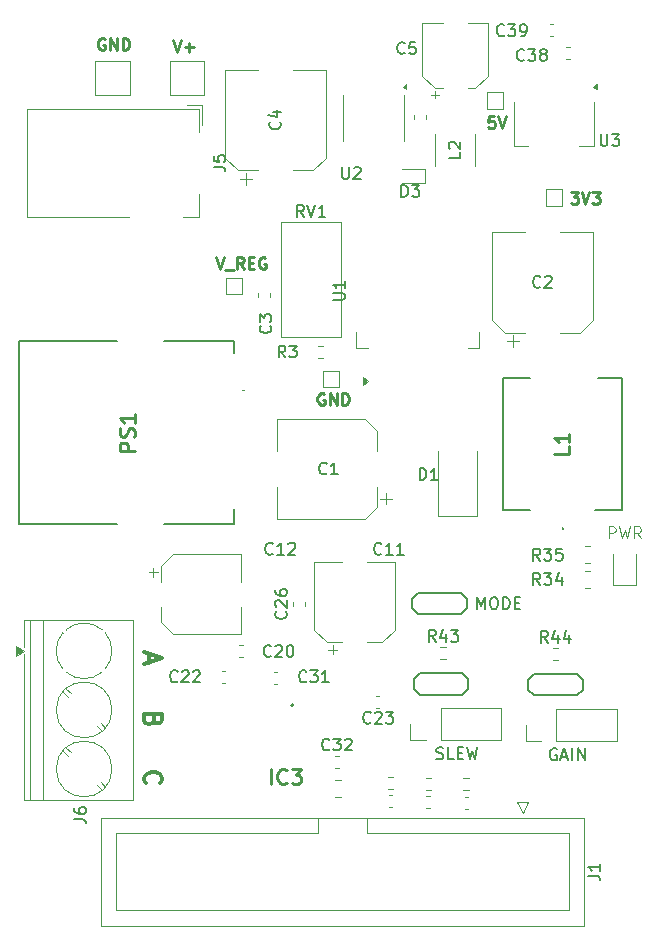
<source format=gbr>
%TF.GenerationSoftware,KiCad,Pcbnew,9.0.0*%
%TF.CreationDate,2025-03-07T07:16:51+07:00*%
%TF.ProjectId,Driver-DRV8317,44726976-6572-42d4-9452-56383331372e,rev?*%
%TF.SameCoordinates,Original*%
%TF.FileFunction,Legend,Top*%
%TF.FilePolarity,Positive*%
%FSLAX46Y46*%
G04 Gerber Fmt 4.6, Leading zero omitted, Abs format (unit mm)*
G04 Created by KiCad (PCBNEW 9.0.0) date 2025-03-07 07:16:51*
%MOMM*%
%LPD*%
G01*
G04 APERTURE LIST*
%ADD10C,0.250000*%
%ADD11C,0.300000*%
%ADD12C,0.200000*%
%ADD13C,0.125000*%
%ADD14C,0.254000*%
%ADD15C,0.150000*%
%ADD16C,0.120000*%
%ADD17C,0.100000*%
G04 APERTURE END LIST*
D10*
X152623996Y-66495203D02*
X152147806Y-66495203D01*
X152147806Y-66495203D02*
X152100187Y-66971393D01*
X152100187Y-66971393D02*
X152147806Y-66923774D01*
X152147806Y-66923774D02*
X152243044Y-66876155D01*
X152243044Y-66876155D02*
X152481139Y-66876155D01*
X152481139Y-66876155D02*
X152576377Y-66923774D01*
X152576377Y-66923774D02*
X152623996Y-66971393D01*
X152623996Y-66971393D02*
X152671615Y-67066631D01*
X152671615Y-67066631D02*
X152671615Y-67304726D01*
X152671615Y-67304726D02*
X152623996Y-67399964D01*
X152623996Y-67399964D02*
X152576377Y-67447584D01*
X152576377Y-67447584D02*
X152481139Y-67495203D01*
X152481139Y-67495203D02*
X152243044Y-67495203D01*
X152243044Y-67495203D02*
X152147806Y-67447584D01*
X152147806Y-67447584D02*
X152100187Y-67399964D01*
X152957330Y-66495203D02*
X153290663Y-67495203D01*
X153290663Y-67495203D02*
X153623996Y-66495203D01*
X159117330Y-72914619D02*
X159736377Y-72914619D01*
X159736377Y-72914619D02*
X159403044Y-73295571D01*
X159403044Y-73295571D02*
X159545901Y-73295571D01*
X159545901Y-73295571D02*
X159641139Y-73343190D01*
X159641139Y-73343190D02*
X159688758Y-73390809D01*
X159688758Y-73390809D02*
X159736377Y-73486047D01*
X159736377Y-73486047D02*
X159736377Y-73724142D01*
X159736377Y-73724142D02*
X159688758Y-73819380D01*
X159688758Y-73819380D02*
X159641139Y-73867000D01*
X159641139Y-73867000D02*
X159545901Y-73914619D01*
X159545901Y-73914619D02*
X159260187Y-73914619D01*
X159260187Y-73914619D02*
X159164949Y-73867000D01*
X159164949Y-73867000D02*
X159117330Y-73819380D01*
X160022092Y-72914619D02*
X160355425Y-73914619D01*
X160355425Y-73914619D02*
X160688758Y-72914619D01*
X160926854Y-72914619D02*
X161545901Y-72914619D01*
X161545901Y-72914619D02*
X161212568Y-73295571D01*
X161212568Y-73295571D02*
X161355425Y-73295571D01*
X161355425Y-73295571D02*
X161450663Y-73343190D01*
X161450663Y-73343190D02*
X161498282Y-73390809D01*
X161498282Y-73390809D02*
X161545901Y-73486047D01*
X161545901Y-73486047D02*
X161545901Y-73724142D01*
X161545901Y-73724142D02*
X161498282Y-73819380D01*
X161498282Y-73819380D02*
X161450663Y-73867000D01*
X161450663Y-73867000D02*
X161355425Y-73914619D01*
X161355425Y-73914619D02*
X161069711Y-73914619D01*
X161069711Y-73914619D02*
X160974473Y-73867000D01*
X160974473Y-73867000D02*
X160926854Y-73819380D01*
X138236377Y-89962238D02*
X138141139Y-89914619D01*
X138141139Y-89914619D02*
X137998282Y-89914619D01*
X137998282Y-89914619D02*
X137855425Y-89962238D01*
X137855425Y-89962238D02*
X137760187Y-90057476D01*
X137760187Y-90057476D02*
X137712568Y-90152714D01*
X137712568Y-90152714D02*
X137664949Y-90343190D01*
X137664949Y-90343190D02*
X137664949Y-90486047D01*
X137664949Y-90486047D02*
X137712568Y-90676523D01*
X137712568Y-90676523D02*
X137760187Y-90771761D01*
X137760187Y-90771761D02*
X137855425Y-90867000D01*
X137855425Y-90867000D02*
X137998282Y-90914619D01*
X137998282Y-90914619D02*
X138093520Y-90914619D01*
X138093520Y-90914619D02*
X138236377Y-90867000D01*
X138236377Y-90867000D02*
X138283996Y-90819380D01*
X138283996Y-90819380D02*
X138283996Y-90486047D01*
X138283996Y-90486047D02*
X138093520Y-90486047D01*
X138712568Y-90914619D02*
X138712568Y-89914619D01*
X138712568Y-89914619D02*
X139283996Y-90914619D01*
X139283996Y-90914619D02*
X139283996Y-89914619D01*
X139760187Y-90914619D02*
X139760187Y-89914619D01*
X139760187Y-89914619D02*
X139998282Y-89914619D01*
X139998282Y-89914619D02*
X140141139Y-89962238D01*
X140141139Y-89962238D02*
X140236377Y-90057476D01*
X140236377Y-90057476D02*
X140283996Y-90152714D01*
X140283996Y-90152714D02*
X140331615Y-90343190D01*
X140331615Y-90343190D02*
X140331615Y-90486047D01*
X140331615Y-90486047D02*
X140283996Y-90676523D01*
X140283996Y-90676523D02*
X140236377Y-90771761D01*
X140236377Y-90771761D02*
X140141139Y-90867000D01*
X140141139Y-90867000D02*
X139998282Y-90914619D01*
X139998282Y-90914619D02*
X139760187Y-90914619D01*
D11*
X123437742Y-112033082D02*
X123437742Y-112747368D01*
X123009171Y-111890225D02*
X124509171Y-112390225D01*
X124509171Y-112390225D02*
X123009171Y-112890225D01*
X123152028Y-122961653D02*
X123080600Y-122890225D01*
X123080600Y-122890225D02*
X123009171Y-122675939D01*
X123009171Y-122675939D02*
X123009171Y-122533082D01*
X123009171Y-122533082D02*
X123080600Y-122318796D01*
X123080600Y-122318796D02*
X123223457Y-122175939D01*
X123223457Y-122175939D02*
X123366314Y-122104510D01*
X123366314Y-122104510D02*
X123652028Y-122033082D01*
X123652028Y-122033082D02*
X123866314Y-122033082D01*
X123866314Y-122033082D02*
X124152028Y-122104510D01*
X124152028Y-122104510D02*
X124294885Y-122175939D01*
X124294885Y-122175939D02*
X124437742Y-122318796D01*
X124437742Y-122318796D02*
X124509171Y-122533082D01*
X124509171Y-122533082D02*
X124509171Y-122675939D01*
X124509171Y-122675939D02*
X124437742Y-122890225D01*
X124437742Y-122890225D02*
X124366314Y-122961653D01*
D12*
X147732054Y-120869600D02*
X147874911Y-120917219D01*
X147874911Y-120917219D02*
X148113006Y-120917219D01*
X148113006Y-120917219D02*
X148208244Y-120869600D01*
X148208244Y-120869600D02*
X148255863Y-120821980D01*
X148255863Y-120821980D02*
X148303482Y-120726742D01*
X148303482Y-120726742D02*
X148303482Y-120631504D01*
X148303482Y-120631504D02*
X148255863Y-120536266D01*
X148255863Y-120536266D02*
X148208244Y-120488647D01*
X148208244Y-120488647D02*
X148113006Y-120441028D01*
X148113006Y-120441028D02*
X147922530Y-120393409D01*
X147922530Y-120393409D02*
X147827292Y-120345790D01*
X147827292Y-120345790D02*
X147779673Y-120298171D01*
X147779673Y-120298171D02*
X147732054Y-120202933D01*
X147732054Y-120202933D02*
X147732054Y-120107695D01*
X147732054Y-120107695D02*
X147779673Y-120012457D01*
X147779673Y-120012457D02*
X147827292Y-119964838D01*
X147827292Y-119964838D02*
X147922530Y-119917219D01*
X147922530Y-119917219D02*
X148160625Y-119917219D01*
X148160625Y-119917219D02*
X148303482Y-119964838D01*
X149208244Y-120917219D02*
X148732054Y-120917219D01*
X148732054Y-120917219D02*
X148732054Y-119917219D01*
X149541578Y-120393409D02*
X149874911Y-120393409D01*
X150017768Y-120917219D02*
X149541578Y-120917219D01*
X149541578Y-120917219D02*
X149541578Y-119917219D01*
X149541578Y-119917219D02*
X150017768Y-119917219D01*
X150351102Y-119917219D02*
X150589197Y-120917219D01*
X150589197Y-120917219D02*
X150779673Y-120202933D01*
X150779673Y-120202933D02*
X150970149Y-120917219D01*
X150970149Y-120917219D02*
X151208245Y-119917219D01*
D10*
X119636377Y-59912238D02*
X119541139Y-59864619D01*
X119541139Y-59864619D02*
X119398282Y-59864619D01*
X119398282Y-59864619D02*
X119255425Y-59912238D01*
X119255425Y-59912238D02*
X119160187Y-60007476D01*
X119160187Y-60007476D02*
X119112568Y-60102714D01*
X119112568Y-60102714D02*
X119064949Y-60293190D01*
X119064949Y-60293190D02*
X119064949Y-60436047D01*
X119064949Y-60436047D02*
X119112568Y-60626523D01*
X119112568Y-60626523D02*
X119160187Y-60721761D01*
X119160187Y-60721761D02*
X119255425Y-60817000D01*
X119255425Y-60817000D02*
X119398282Y-60864619D01*
X119398282Y-60864619D02*
X119493520Y-60864619D01*
X119493520Y-60864619D02*
X119636377Y-60817000D01*
X119636377Y-60817000D02*
X119683996Y-60769380D01*
X119683996Y-60769380D02*
X119683996Y-60436047D01*
X119683996Y-60436047D02*
X119493520Y-60436047D01*
X120112568Y-60864619D02*
X120112568Y-59864619D01*
X120112568Y-59864619D02*
X120683996Y-60864619D01*
X120683996Y-60864619D02*
X120683996Y-59864619D01*
X121160187Y-60864619D02*
X121160187Y-59864619D01*
X121160187Y-59864619D02*
X121398282Y-59864619D01*
X121398282Y-59864619D02*
X121541139Y-59912238D01*
X121541139Y-59912238D02*
X121636377Y-60007476D01*
X121636377Y-60007476D02*
X121683996Y-60102714D01*
X121683996Y-60102714D02*
X121731615Y-60293190D01*
X121731615Y-60293190D02*
X121731615Y-60436047D01*
X121731615Y-60436047D02*
X121683996Y-60626523D01*
X121683996Y-60626523D02*
X121636377Y-60721761D01*
X121636377Y-60721761D02*
X121541139Y-60817000D01*
X121541139Y-60817000D02*
X121398282Y-60864619D01*
X121398282Y-60864619D02*
X121160187Y-60864619D01*
X129069711Y-78414619D02*
X129403044Y-79414619D01*
X129403044Y-79414619D02*
X129736377Y-78414619D01*
X129831616Y-79509857D02*
X130593520Y-79509857D01*
X131403044Y-79414619D02*
X131069711Y-78938428D01*
X130831616Y-79414619D02*
X130831616Y-78414619D01*
X130831616Y-78414619D02*
X131212568Y-78414619D01*
X131212568Y-78414619D02*
X131307806Y-78462238D01*
X131307806Y-78462238D02*
X131355425Y-78509857D01*
X131355425Y-78509857D02*
X131403044Y-78605095D01*
X131403044Y-78605095D02*
X131403044Y-78747952D01*
X131403044Y-78747952D02*
X131355425Y-78843190D01*
X131355425Y-78843190D02*
X131307806Y-78890809D01*
X131307806Y-78890809D02*
X131212568Y-78938428D01*
X131212568Y-78938428D02*
X130831616Y-78938428D01*
X131831616Y-78890809D02*
X132164949Y-78890809D01*
X132307806Y-79414619D02*
X131831616Y-79414619D01*
X131831616Y-79414619D02*
X131831616Y-78414619D01*
X131831616Y-78414619D02*
X132307806Y-78414619D01*
X133260187Y-78462238D02*
X133164949Y-78414619D01*
X133164949Y-78414619D02*
X133022092Y-78414619D01*
X133022092Y-78414619D02*
X132879235Y-78462238D01*
X132879235Y-78462238D02*
X132783997Y-78557476D01*
X132783997Y-78557476D02*
X132736378Y-78652714D01*
X132736378Y-78652714D02*
X132688759Y-78843190D01*
X132688759Y-78843190D02*
X132688759Y-78986047D01*
X132688759Y-78986047D02*
X132736378Y-79176523D01*
X132736378Y-79176523D02*
X132783997Y-79271761D01*
X132783997Y-79271761D02*
X132879235Y-79367000D01*
X132879235Y-79367000D02*
X133022092Y-79414619D01*
X133022092Y-79414619D02*
X133117330Y-79414619D01*
X133117330Y-79414619D02*
X133260187Y-79367000D01*
X133260187Y-79367000D02*
X133307806Y-79319380D01*
X133307806Y-79319380D02*
X133307806Y-78986047D01*
X133307806Y-78986047D02*
X133117330Y-78986047D01*
D12*
X157903482Y-120064838D02*
X157808244Y-120017219D01*
X157808244Y-120017219D02*
X157665387Y-120017219D01*
X157665387Y-120017219D02*
X157522530Y-120064838D01*
X157522530Y-120064838D02*
X157427292Y-120160076D01*
X157427292Y-120160076D02*
X157379673Y-120255314D01*
X157379673Y-120255314D02*
X157332054Y-120445790D01*
X157332054Y-120445790D02*
X157332054Y-120588647D01*
X157332054Y-120588647D02*
X157379673Y-120779123D01*
X157379673Y-120779123D02*
X157427292Y-120874361D01*
X157427292Y-120874361D02*
X157522530Y-120969600D01*
X157522530Y-120969600D02*
X157665387Y-121017219D01*
X157665387Y-121017219D02*
X157760625Y-121017219D01*
X157760625Y-121017219D02*
X157903482Y-120969600D01*
X157903482Y-120969600D02*
X157951101Y-120921980D01*
X157951101Y-120921980D02*
X157951101Y-120588647D01*
X157951101Y-120588647D02*
X157760625Y-120588647D01*
X158332054Y-120731504D02*
X158808244Y-120731504D01*
X158236816Y-121017219D02*
X158570149Y-120017219D01*
X158570149Y-120017219D02*
X158903482Y-121017219D01*
X159236816Y-121017219D02*
X159236816Y-120017219D01*
X159713006Y-121017219D02*
X159713006Y-120017219D01*
X159713006Y-120017219D02*
X160284434Y-121017219D01*
X160284434Y-121017219D02*
X160284434Y-120017219D01*
D10*
X125419711Y-60014619D02*
X125753044Y-61014619D01*
X125753044Y-61014619D02*
X126086377Y-60014619D01*
X126419711Y-60633666D02*
X127181616Y-60633666D01*
X126800663Y-61014619D02*
X126800663Y-60252714D01*
D12*
X151179673Y-108217219D02*
X151179673Y-107217219D01*
X151179673Y-107217219D02*
X151513006Y-107931504D01*
X151513006Y-107931504D02*
X151846339Y-107217219D01*
X151846339Y-107217219D02*
X151846339Y-108217219D01*
X152513006Y-107217219D02*
X152703482Y-107217219D01*
X152703482Y-107217219D02*
X152798720Y-107264838D01*
X152798720Y-107264838D02*
X152893958Y-107360076D01*
X152893958Y-107360076D02*
X152941577Y-107550552D01*
X152941577Y-107550552D02*
X152941577Y-107883885D01*
X152941577Y-107883885D02*
X152893958Y-108074361D01*
X152893958Y-108074361D02*
X152798720Y-108169600D01*
X152798720Y-108169600D02*
X152703482Y-108217219D01*
X152703482Y-108217219D02*
X152513006Y-108217219D01*
X152513006Y-108217219D02*
X152417768Y-108169600D01*
X152417768Y-108169600D02*
X152322530Y-108074361D01*
X152322530Y-108074361D02*
X152274911Y-107883885D01*
X152274911Y-107883885D02*
X152274911Y-107550552D01*
X152274911Y-107550552D02*
X152322530Y-107360076D01*
X152322530Y-107360076D02*
X152417768Y-107264838D01*
X152417768Y-107264838D02*
X152513006Y-107217219D01*
X153370149Y-108217219D02*
X153370149Y-107217219D01*
X153370149Y-107217219D02*
X153608244Y-107217219D01*
X153608244Y-107217219D02*
X153751101Y-107264838D01*
X153751101Y-107264838D02*
X153846339Y-107360076D01*
X153846339Y-107360076D02*
X153893958Y-107455314D01*
X153893958Y-107455314D02*
X153941577Y-107645790D01*
X153941577Y-107645790D02*
X153941577Y-107788647D01*
X153941577Y-107788647D02*
X153893958Y-107979123D01*
X153893958Y-107979123D02*
X153846339Y-108074361D01*
X153846339Y-108074361D02*
X153751101Y-108169600D01*
X153751101Y-108169600D02*
X153608244Y-108217219D01*
X153608244Y-108217219D02*
X153370149Y-108217219D01*
X154370149Y-107693409D02*
X154703482Y-107693409D01*
X154846339Y-108217219D02*
X154370149Y-108217219D01*
X154370149Y-108217219D02*
X154370149Y-107217219D01*
X154370149Y-107217219D02*
X154846339Y-107217219D01*
D11*
X123794885Y-117604510D02*
X123723457Y-117818796D01*
X123723457Y-117818796D02*
X123652028Y-117890225D01*
X123652028Y-117890225D02*
X123509171Y-117961653D01*
X123509171Y-117961653D02*
X123294885Y-117961653D01*
X123294885Y-117961653D02*
X123152028Y-117890225D01*
X123152028Y-117890225D02*
X123080600Y-117818796D01*
X123080600Y-117818796D02*
X123009171Y-117675939D01*
X123009171Y-117675939D02*
X123009171Y-117104510D01*
X123009171Y-117104510D02*
X124509171Y-117104510D01*
X124509171Y-117104510D02*
X124509171Y-117604510D01*
X124509171Y-117604510D02*
X124437742Y-117747368D01*
X124437742Y-117747368D02*
X124366314Y-117818796D01*
X124366314Y-117818796D02*
X124223457Y-117890225D01*
X124223457Y-117890225D02*
X124080600Y-117890225D01*
X124080600Y-117890225D02*
X123937742Y-117818796D01*
X123937742Y-117818796D02*
X123866314Y-117747368D01*
X123866314Y-117747368D02*
X123794885Y-117604510D01*
X123794885Y-117604510D02*
X123794885Y-117104510D01*
D13*
X162326667Y-102221119D02*
X162326667Y-101221119D01*
X162326667Y-101221119D02*
X162707619Y-101221119D01*
X162707619Y-101221119D02*
X162802857Y-101268738D01*
X162802857Y-101268738D02*
X162850476Y-101316357D01*
X162850476Y-101316357D02*
X162898095Y-101411595D01*
X162898095Y-101411595D02*
X162898095Y-101554452D01*
X162898095Y-101554452D02*
X162850476Y-101649690D01*
X162850476Y-101649690D02*
X162802857Y-101697309D01*
X162802857Y-101697309D02*
X162707619Y-101744928D01*
X162707619Y-101744928D02*
X162326667Y-101744928D01*
X163231429Y-101221119D02*
X163469524Y-102221119D01*
X163469524Y-102221119D02*
X163660000Y-101506833D01*
X163660000Y-101506833D02*
X163850476Y-102221119D01*
X163850476Y-102221119D02*
X164088572Y-101221119D01*
X165040952Y-102221119D02*
X164707619Y-101744928D01*
X164469524Y-102221119D02*
X164469524Y-101221119D01*
X164469524Y-101221119D02*
X164850476Y-101221119D01*
X164850476Y-101221119D02*
X164945714Y-101268738D01*
X164945714Y-101268738D02*
X164993333Y-101316357D01*
X164993333Y-101316357D02*
X165040952Y-101411595D01*
X165040952Y-101411595D02*
X165040952Y-101554452D01*
X165040952Y-101554452D02*
X164993333Y-101649690D01*
X164993333Y-101649690D02*
X164945714Y-101697309D01*
X164945714Y-101697309D02*
X164850476Y-101744928D01*
X164850476Y-101744928D02*
X164469524Y-101744928D01*
D14*
X122196318Y-94842143D02*
X120926318Y-94842143D01*
X120926318Y-94842143D02*
X120926318Y-94358333D01*
X120926318Y-94358333D02*
X120986794Y-94237381D01*
X120986794Y-94237381D02*
X121047270Y-94176904D01*
X121047270Y-94176904D02*
X121168222Y-94116428D01*
X121168222Y-94116428D02*
X121349651Y-94116428D01*
X121349651Y-94116428D02*
X121470603Y-94176904D01*
X121470603Y-94176904D02*
X121531080Y-94237381D01*
X121531080Y-94237381D02*
X121591556Y-94358333D01*
X121591556Y-94358333D02*
X121591556Y-94842143D01*
X122135842Y-93632619D02*
X122196318Y-93451190D01*
X122196318Y-93451190D02*
X122196318Y-93148809D01*
X122196318Y-93148809D02*
X122135842Y-93027857D01*
X122135842Y-93027857D02*
X122075365Y-92967381D01*
X122075365Y-92967381D02*
X121954413Y-92906904D01*
X121954413Y-92906904D02*
X121833461Y-92906904D01*
X121833461Y-92906904D02*
X121712508Y-92967381D01*
X121712508Y-92967381D02*
X121652032Y-93027857D01*
X121652032Y-93027857D02*
X121591556Y-93148809D01*
X121591556Y-93148809D02*
X121531080Y-93390714D01*
X121531080Y-93390714D02*
X121470603Y-93511666D01*
X121470603Y-93511666D02*
X121410127Y-93572143D01*
X121410127Y-93572143D02*
X121289175Y-93632619D01*
X121289175Y-93632619D02*
X121168222Y-93632619D01*
X121168222Y-93632619D02*
X121047270Y-93572143D01*
X121047270Y-93572143D02*
X120986794Y-93511666D01*
X120986794Y-93511666D02*
X120926318Y-93390714D01*
X120926318Y-93390714D02*
X120926318Y-93088333D01*
X120926318Y-93088333D02*
X120986794Y-92906904D01*
X122196318Y-91697380D02*
X122196318Y-92423095D01*
X122196318Y-92060238D02*
X120926318Y-92060238D01*
X120926318Y-92060238D02*
X121107746Y-92181190D01*
X121107746Y-92181190D02*
X121228699Y-92302142D01*
X121228699Y-92302142D02*
X121289175Y-92423095D01*
D15*
X142167142Y-117809580D02*
X142119523Y-117857200D01*
X142119523Y-117857200D02*
X141976666Y-117904819D01*
X141976666Y-117904819D02*
X141881428Y-117904819D01*
X141881428Y-117904819D02*
X141738571Y-117857200D01*
X141738571Y-117857200D02*
X141643333Y-117761961D01*
X141643333Y-117761961D02*
X141595714Y-117666723D01*
X141595714Y-117666723D02*
X141548095Y-117476247D01*
X141548095Y-117476247D02*
X141548095Y-117333390D01*
X141548095Y-117333390D02*
X141595714Y-117142914D01*
X141595714Y-117142914D02*
X141643333Y-117047676D01*
X141643333Y-117047676D02*
X141738571Y-116952438D01*
X141738571Y-116952438D02*
X141881428Y-116904819D01*
X141881428Y-116904819D02*
X141976666Y-116904819D01*
X141976666Y-116904819D02*
X142119523Y-116952438D01*
X142119523Y-116952438D02*
X142167142Y-117000057D01*
X142548095Y-117000057D02*
X142595714Y-116952438D01*
X142595714Y-116952438D02*
X142690952Y-116904819D01*
X142690952Y-116904819D02*
X142929047Y-116904819D01*
X142929047Y-116904819D02*
X143024285Y-116952438D01*
X143024285Y-116952438D02*
X143071904Y-117000057D01*
X143071904Y-117000057D02*
X143119523Y-117095295D01*
X143119523Y-117095295D02*
X143119523Y-117190533D01*
X143119523Y-117190533D02*
X143071904Y-117333390D01*
X143071904Y-117333390D02*
X142500476Y-117904819D01*
X142500476Y-117904819D02*
X143119523Y-117904819D01*
X143452857Y-116904819D02*
X144071904Y-116904819D01*
X144071904Y-116904819D02*
X143738571Y-117285771D01*
X143738571Y-117285771D02*
X143881428Y-117285771D01*
X143881428Y-117285771D02*
X143976666Y-117333390D01*
X143976666Y-117333390D02*
X144024285Y-117381009D01*
X144024285Y-117381009D02*
X144071904Y-117476247D01*
X144071904Y-117476247D02*
X144071904Y-117714342D01*
X144071904Y-117714342D02*
X144024285Y-117809580D01*
X144024285Y-117809580D02*
X143976666Y-117857200D01*
X143976666Y-117857200D02*
X143881428Y-117904819D01*
X143881428Y-117904819D02*
X143595714Y-117904819D01*
X143595714Y-117904819D02*
X143500476Y-117857200D01*
X143500476Y-117857200D02*
X143452857Y-117809580D01*
X153467142Y-59609580D02*
X153419523Y-59657200D01*
X153419523Y-59657200D02*
X153276666Y-59704819D01*
X153276666Y-59704819D02*
X153181428Y-59704819D01*
X153181428Y-59704819D02*
X153038571Y-59657200D01*
X153038571Y-59657200D02*
X152943333Y-59561961D01*
X152943333Y-59561961D02*
X152895714Y-59466723D01*
X152895714Y-59466723D02*
X152848095Y-59276247D01*
X152848095Y-59276247D02*
X152848095Y-59133390D01*
X152848095Y-59133390D02*
X152895714Y-58942914D01*
X152895714Y-58942914D02*
X152943333Y-58847676D01*
X152943333Y-58847676D02*
X153038571Y-58752438D01*
X153038571Y-58752438D02*
X153181428Y-58704819D01*
X153181428Y-58704819D02*
X153276666Y-58704819D01*
X153276666Y-58704819D02*
X153419523Y-58752438D01*
X153419523Y-58752438D02*
X153467142Y-58800057D01*
X153800476Y-58704819D02*
X154419523Y-58704819D01*
X154419523Y-58704819D02*
X154086190Y-59085771D01*
X154086190Y-59085771D02*
X154229047Y-59085771D01*
X154229047Y-59085771D02*
X154324285Y-59133390D01*
X154324285Y-59133390D02*
X154371904Y-59181009D01*
X154371904Y-59181009D02*
X154419523Y-59276247D01*
X154419523Y-59276247D02*
X154419523Y-59514342D01*
X154419523Y-59514342D02*
X154371904Y-59609580D01*
X154371904Y-59609580D02*
X154324285Y-59657200D01*
X154324285Y-59657200D02*
X154229047Y-59704819D01*
X154229047Y-59704819D02*
X153943333Y-59704819D01*
X153943333Y-59704819D02*
X153848095Y-59657200D01*
X153848095Y-59657200D02*
X153800476Y-59609580D01*
X154895714Y-59704819D02*
X155086190Y-59704819D01*
X155086190Y-59704819D02*
X155181428Y-59657200D01*
X155181428Y-59657200D02*
X155229047Y-59609580D01*
X155229047Y-59609580D02*
X155324285Y-59466723D01*
X155324285Y-59466723D02*
X155371904Y-59276247D01*
X155371904Y-59276247D02*
X155371904Y-58895295D01*
X155371904Y-58895295D02*
X155324285Y-58800057D01*
X155324285Y-58800057D02*
X155276666Y-58752438D01*
X155276666Y-58752438D02*
X155181428Y-58704819D01*
X155181428Y-58704819D02*
X154990952Y-58704819D01*
X154990952Y-58704819D02*
X154895714Y-58752438D01*
X154895714Y-58752438D02*
X154848095Y-58800057D01*
X154848095Y-58800057D02*
X154800476Y-58895295D01*
X154800476Y-58895295D02*
X154800476Y-59133390D01*
X154800476Y-59133390D02*
X154848095Y-59228628D01*
X154848095Y-59228628D02*
X154895714Y-59276247D01*
X154895714Y-59276247D02*
X154990952Y-59323866D01*
X154990952Y-59323866D02*
X155181428Y-59323866D01*
X155181428Y-59323866D02*
X155276666Y-59276247D01*
X155276666Y-59276247D02*
X155324285Y-59228628D01*
X155324285Y-59228628D02*
X155371904Y-59133390D01*
X138435833Y-96709580D02*
X138388214Y-96757200D01*
X138388214Y-96757200D02*
X138245357Y-96804819D01*
X138245357Y-96804819D02*
X138150119Y-96804819D01*
X138150119Y-96804819D02*
X138007262Y-96757200D01*
X138007262Y-96757200D02*
X137912024Y-96661961D01*
X137912024Y-96661961D02*
X137864405Y-96566723D01*
X137864405Y-96566723D02*
X137816786Y-96376247D01*
X137816786Y-96376247D02*
X137816786Y-96233390D01*
X137816786Y-96233390D02*
X137864405Y-96042914D01*
X137864405Y-96042914D02*
X137912024Y-95947676D01*
X137912024Y-95947676D02*
X138007262Y-95852438D01*
X138007262Y-95852438D02*
X138150119Y-95804819D01*
X138150119Y-95804819D02*
X138245357Y-95804819D01*
X138245357Y-95804819D02*
X138388214Y-95852438D01*
X138388214Y-95852438D02*
X138435833Y-95900057D01*
X139388214Y-96804819D02*
X138816786Y-96804819D01*
X139102500Y-96804819D02*
X139102500Y-95804819D01*
X139102500Y-95804819D02*
X139007262Y-95947676D01*
X139007262Y-95947676D02*
X138912024Y-96042914D01*
X138912024Y-96042914D02*
X138816786Y-96090533D01*
X143067142Y-103509580D02*
X143019523Y-103557200D01*
X143019523Y-103557200D02*
X142876666Y-103604819D01*
X142876666Y-103604819D02*
X142781428Y-103604819D01*
X142781428Y-103604819D02*
X142638571Y-103557200D01*
X142638571Y-103557200D02*
X142543333Y-103461961D01*
X142543333Y-103461961D02*
X142495714Y-103366723D01*
X142495714Y-103366723D02*
X142448095Y-103176247D01*
X142448095Y-103176247D02*
X142448095Y-103033390D01*
X142448095Y-103033390D02*
X142495714Y-102842914D01*
X142495714Y-102842914D02*
X142543333Y-102747676D01*
X142543333Y-102747676D02*
X142638571Y-102652438D01*
X142638571Y-102652438D02*
X142781428Y-102604819D01*
X142781428Y-102604819D02*
X142876666Y-102604819D01*
X142876666Y-102604819D02*
X143019523Y-102652438D01*
X143019523Y-102652438D02*
X143067142Y-102700057D01*
X144019523Y-103604819D02*
X143448095Y-103604819D01*
X143733809Y-103604819D02*
X143733809Y-102604819D01*
X143733809Y-102604819D02*
X143638571Y-102747676D01*
X143638571Y-102747676D02*
X143543333Y-102842914D01*
X143543333Y-102842914D02*
X143448095Y-102890533D01*
X144971904Y-103604819D02*
X144400476Y-103604819D01*
X144686190Y-103604819D02*
X144686190Y-102604819D01*
X144686190Y-102604819D02*
X144590952Y-102747676D01*
X144590952Y-102747676D02*
X144495714Y-102842914D01*
X144495714Y-102842914D02*
X144400476Y-102890533D01*
X138667142Y-120079580D02*
X138619523Y-120127200D01*
X138619523Y-120127200D02*
X138476666Y-120174819D01*
X138476666Y-120174819D02*
X138381428Y-120174819D01*
X138381428Y-120174819D02*
X138238571Y-120127200D01*
X138238571Y-120127200D02*
X138143333Y-120031961D01*
X138143333Y-120031961D02*
X138095714Y-119936723D01*
X138095714Y-119936723D02*
X138048095Y-119746247D01*
X138048095Y-119746247D02*
X138048095Y-119603390D01*
X138048095Y-119603390D02*
X138095714Y-119412914D01*
X138095714Y-119412914D02*
X138143333Y-119317676D01*
X138143333Y-119317676D02*
X138238571Y-119222438D01*
X138238571Y-119222438D02*
X138381428Y-119174819D01*
X138381428Y-119174819D02*
X138476666Y-119174819D01*
X138476666Y-119174819D02*
X138619523Y-119222438D01*
X138619523Y-119222438D02*
X138667142Y-119270057D01*
X139000476Y-119174819D02*
X139619523Y-119174819D01*
X139619523Y-119174819D02*
X139286190Y-119555771D01*
X139286190Y-119555771D02*
X139429047Y-119555771D01*
X139429047Y-119555771D02*
X139524285Y-119603390D01*
X139524285Y-119603390D02*
X139571904Y-119651009D01*
X139571904Y-119651009D02*
X139619523Y-119746247D01*
X139619523Y-119746247D02*
X139619523Y-119984342D01*
X139619523Y-119984342D02*
X139571904Y-120079580D01*
X139571904Y-120079580D02*
X139524285Y-120127200D01*
X139524285Y-120127200D02*
X139429047Y-120174819D01*
X139429047Y-120174819D02*
X139143333Y-120174819D01*
X139143333Y-120174819D02*
X139048095Y-120127200D01*
X139048095Y-120127200D02*
X139000476Y-120079580D01*
X140000476Y-119270057D02*
X140048095Y-119222438D01*
X140048095Y-119222438D02*
X140143333Y-119174819D01*
X140143333Y-119174819D02*
X140381428Y-119174819D01*
X140381428Y-119174819D02*
X140476666Y-119222438D01*
X140476666Y-119222438D02*
X140524285Y-119270057D01*
X140524285Y-119270057D02*
X140571904Y-119365295D01*
X140571904Y-119365295D02*
X140571904Y-119460533D01*
X140571904Y-119460533D02*
X140524285Y-119603390D01*
X140524285Y-119603390D02*
X139952857Y-120174819D01*
X139952857Y-120174819D02*
X140571904Y-120174819D01*
X157167142Y-111049819D02*
X156833809Y-110573628D01*
X156595714Y-111049819D02*
X156595714Y-110049819D01*
X156595714Y-110049819D02*
X156976666Y-110049819D01*
X156976666Y-110049819D02*
X157071904Y-110097438D01*
X157071904Y-110097438D02*
X157119523Y-110145057D01*
X157119523Y-110145057D02*
X157167142Y-110240295D01*
X157167142Y-110240295D02*
X157167142Y-110383152D01*
X157167142Y-110383152D02*
X157119523Y-110478390D01*
X157119523Y-110478390D02*
X157071904Y-110526009D01*
X157071904Y-110526009D02*
X156976666Y-110573628D01*
X156976666Y-110573628D02*
X156595714Y-110573628D01*
X158024285Y-110383152D02*
X158024285Y-111049819D01*
X157786190Y-110002200D02*
X157548095Y-110716485D01*
X157548095Y-110716485D02*
X158167142Y-110716485D01*
X158976666Y-110383152D02*
X158976666Y-111049819D01*
X158738571Y-110002200D02*
X158500476Y-110716485D01*
X158500476Y-110716485D02*
X159119523Y-110716485D01*
X134459580Y-66966666D02*
X134507200Y-67014285D01*
X134507200Y-67014285D02*
X134554819Y-67157142D01*
X134554819Y-67157142D02*
X134554819Y-67252380D01*
X134554819Y-67252380D02*
X134507200Y-67395237D01*
X134507200Y-67395237D02*
X134411961Y-67490475D01*
X134411961Y-67490475D02*
X134316723Y-67538094D01*
X134316723Y-67538094D02*
X134126247Y-67585713D01*
X134126247Y-67585713D02*
X133983390Y-67585713D01*
X133983390Y-67585713D02*
X133792914Y-67538094D01*
X133792914Y-67538094D02*
X133697676Y-67490475D01*
X133697676Y-67490475D02*
X133602438Y-67395237D01*
X133602438Y-67395237D02*
X133554819Y-67252380D01*
X133554819Y-67252380D02*
X133554819Y-67157142D01*
X133554819Y-67157142D02*
X133602438Y-67014285D01*
X133602438Y-67014285D02*
X133650057Y-66966666D01*
X133888152Y-66109523D02*
X134554819Y-66109523D01*
X133507200Y-66347618D02*
X134221485Y-66585713D01*
X134221485Y-66585713D02*
X134221485Y-65966666D01*
X144771905Y-73304819D02*
X144771905Y-72304819D01*
X144771905Y-72304819D02*
X145010000Y-72304819D01*
X145010000Y-72304819D02*
X145152857Y-72352438D01*
X145152857Y-72352438D02*
X145248095Y-72447676D01*
X145248095Y-72447676D02*
X145295714Y-72542914D01*
X145295714Y-72542914D02*
X145343333Y-72733390D01*
X145343333Y-72733390D02*
X145343333Y-72876247D01*
X145343333Y-72876247D02*
X145295714Y-73066723D01*
X145295714Y-73066723D02*
X145248095Y-73161961D01*
X145248095Y-73161961D02*
X145152857Y-73257200D01*
X145152857Y-73257200D02*
X145010000Y-73304819D01*
X145010000Y-73304819D02*
X144771905Y-73304819D01*
X145676667Y-72304819D02*
X146295714Y-72304819D01*
X146295714Y-72304819D02*
X145962381Y-72685771D01*
X145962381Y-72685771D02*
X146105238Y-72685771D01*
X146105238Y-72685771D02*
X146200476Y-72733390D01*
X146200476Y-72733390D02*
X146248095Y-72781009D01*
X146248095Y-72781009D02*
X146295714Y-72876247D01*
X146295714Y-72876247D02*
X146295714Y-73114342D01*
X146295714Y-73114342D02*
X146248095Y-73209580D01*
X146248095Y-73209580D02*
X146200476Y-73257200D01*
X146200476Y-73257200D02*
X146105238Y-73304819D01*
X146105238Y-73304819D02*
X145819524Y-73304819D01*
X145819524Y-73304819D02*
X145724286Y-73257200D01*
X145724286Y-73257200D02*
X145676667Y-73209580D01*
X134989580Y-108417857D02*
X135037200Y-108465476D01*
X135037200Y-108465476D02*
X135084819Y-108608333D01*
X135084819Y-108608333D02*
X135084819Y-108703571D01*
X135084819Y-108703571D02*
X135037200Y-108846428D01*
X135037200Y-108846428D02*
X134941961Y-108941666D01*
X134941961Y-108941666D02*
X134846723Y-108989285D01*
X134846723Y-108989285D02*
X134656247Y-109036904D01*
X134656247Y-109036904D02*
X134513390Y-109036904D01*
X134513390Y-109036904D02*
X134322914Y-108989285D01*
X134322914Y-108989285D02*
X134227676Y-108941666D01*
X134227676Y-108941666D02*
X134132438Y-108846428D01*
X134132438Y-108846428D02*
X134084819Y-108703571D01*
X134084819Y-108703571D02*
X134084819Y-108608333D01*
X134084819Y-108608333D02*
X134132438Y-108465476D01*
X134132438Y-108465476D02*
X134180057Y-108417857D01*
X134180057Y-108036904D02*
X134132438Y-107989285D01*
X134132438Y-107989285D02*
X134084819Y-107894047D01*
X134084819Y-107894047D02*
X134084819Y-107655952D01*
X134084819Y-107655952D02*
X134132438Y-107560714D01*
X134132438Y-107560714D02*
X134180057Y-107513095D01*
X134180057Y-107513095D02*
X134275295Y-107465476D01*
X134275295Y-107465476D02*
X134370533Y-107465476D01*
X134370533Y-107465476D02*
X134513390Y-107513095D01*
X134513390Y-107513095D02*
X135084819Y-108084523D01*
X135084819Y-108084523D02*
X135084819Y-107465476D01*
X134084819Y-106608333D02*
X134084819Y-106798809D01*
X134084819Y-106798809D02*
X134132438Y-106894047D01*
X134132438Y-106894047D02*
X134180057Y-106941666D01*
X134180057Y-106941666D02*
X134322914Y-107036904D01*
X134322914Y-107036904D02*
X134513390Y-107084523D01*
X134513390Y-107084523D02*
X134894342Y-107084523D01*
X134894342Y-107084523D02*
X134989580Y-107036904D01*
X134989580Y-107036904D02*
X135037200Y-106989285D01*
X135037200Y-106989285D02*
X135084819Y-106894047D01*
X135084819Y-106894047D02*
X135084819Y-106703571D01*
X135084819Y-106703571D02*
X135037200Y-106608333D01*
X135037200Y-106608333D02*
X134989580Y-106560714D01*
X134989580Y-106560714D02*
X134894342Y-106513095D01*
X134894342Y-106513095D02*
X134656247Y-106513095D01*
X134656247Y-106513095D02*
X134561009Y-106560714D01*
X134561009Y-106560714D02*
X134513390Y-106608333D01*
X134513390Y-106608333D02*
X134465771Y-106703571D01*
X134465771Y-106703571D02*
X134465771Y-106894047D01*
X134465771Y-106894047D02*
X134513390Y-106989285D01*
X134513390Y-106989285D02*
X134561009Y-107036904D01*
X134561009Y-107036904D02*
X134656247Y-107084523D01*
X156517142Y-104104819D02*
X156183809Y-103628628D01*
X155945714Y-104104819D02*
X155945714Y-103104819D01*
X155945714Y-103104819D02*
X156326666Y-103104819D01*
X156326666Y-103104819D02*
X156421904Y-103152438D01*
X156421904Y-103152438D02*
X156469523Y-103200057D01*
X156469523Y-103200057D02*
X156517142Y-103295295D01*
X156517142Y-103295295D02*
X156517142Y-103438152D01*
X156517142Y-103438152D02*
X156469523Y-103533390D01*
X156469523Y-103533390D02*
X156421904Y-103581009D01*
X156421904Y-103581009D02*
X156326666Y-103628628D01*
X156326666Y-103628628D02*
X155945714Y-103628628D01*
X156850476Y-103104819D02*
X157469523Y-103104819D01*
X157469523Y-103104819D02*
X157136190Y-103485771D01*
X157136190Y-103485771D02*
X157279047Y-103485771D01*
X157279047Y-103485771D02*
X157374285Y-103533390D01*
X157374285Y-103533390D02*
X157421904Y-103581009D01*
X157421904Y-103581009D02*
X157469523Y-103676247D01*
X157469523Y-103676247D02*
X157469523Y-103914342D01*
X157469523Y-103914342D02*
X157421904Y-104009580D01*
X157421904Y-104009580D02*
X157374285Y-104057200D01*
X157374285Y-104057200D02*
X157279047Y-104104819D01*
X157279047Y-104104819D02*
X156993333Y-104104819D01*
X156993333Y-104104819D02*
X156898095Y-104057200D01*
X156898095Y-104057200D02*
X156850476Y-104009580D01*
X158374285Y-103104819D02*
X157898095Y-103104819D01*
X157898095Y-103104819D02*
X157850476Y-103581009D01*
X157850476Y-103581009D02*
X157898095Y-103533390D01*
X157898095Y-103533390D02*
X157993333Y-103485771D01*
X157993333Y-103485771D02*
X158231428Y-103485771D01*
X158231428Y-103485771D02*
X158326666Y-103533390D01*
X158326666Y-103533390D02*
X158374285Y-103581009D01*
X158374285Y-103581009D02*
X158421904Y-103676247D01*
X158421904Y-103676247D02*
X158421904Y-103914342D01*
X158421904Y-103914342D02*
X158374285Y-104009580D01*
X158374285Y-104009580D02*
X158326666Y-104057200D01*
X158326666Y-104057200D02*
X158231428Y-104104819D01*
X158231428Y-104104819D02*
X157993333Y-104104819D01*
X157993333Y-104104819D02*
X157898095Y-104057200D01*
X157898095Y-104057200D02*
X157850476Y-104009580D01*
X133717142Y-112159580D02*
X133669523Y-112207200D01*
X133669523Y-112207200D02*
X133526666Y-112254819D01*
X133526666Y-112254819D02*
X133431428Y-112254819D01*
X133431428Y-112254819D02*
X133288571Y-112207200D01*
X133288571Y-112207200D02*
X133193333Y-112111961D01*
X133193333Y-112111961D02*
X133145714Y-112016723D01*
X133145714Y-112016723D02*
X133098095Y-111826247D01*
X133098095Y-111826247D02*
X133098095Y-111683390D01*
X133098095Y-111683390D02*
X133145714Y-111492914D01*
X133145714Y-111492914D02*
X133193333Y-111397676D01*
X133193333Y-111397676D02*
X133288571Y-111302438D01*
X133288571Y-111302438D02*
X133431428Y-111254819D01*
X133431428Y-111254819D02*
X133526666Y-111254819D01*
X133526666Y-111254819D02*
X133669523Y-111302438D01*
X133669523Y-111302438D02*
X133717142Y-111350057D01*
X134098095Y-111350057D02*
X134145714Y-111302438D01*
X134145714Y-111302438D02*
X134240952Y-111254819D01*
X134240952Y-111254819D02*
X134479047Y-111254819D01*
X134479047Y-111254819D02*
X134574285Y-111302438D01*
X134574285Y-111302438D02*
X134621904Y-111350057D01*
X134621904Y-111350057D02*
X134669523Y-111445295D01*
X134669523Y-111445295D02*
X134669523Y-111540533D01*
X134669523Y-111540533D02*
X134621904Y-111683390D01*
X134621904Y-111683390D02*
X134050476Y-112254819D01*
X134050476Y-112254819D02*
X134669523Y-112254819D01*
X135288571Y-111254819D02*
X135383809Y-111254819D01*
X135383809Y-111254819D02*
X135479047Y-111302438D01*
X135479047Y-111302438D02*
X135526666Y-111350057D01*
X135526666Y-111350057D02*
X135574285Y-111445295D01*
X135574285Y-111445295D02*
X135621904Y-111635771D01*
X135621904Y-111635771D02*
X135621904Y-111873866D01*
X135621904Y-111873866D02*
X135574285Y-112064342D01*
X135574285Y-112064342D02*
X135526666Y-112159580D01*
X135526666Y-112159580D02*
X135479047Y-112207200D01*
X135479047Y-112207200D02*
X135383809Y-112254819D01*
X135383809Y-112254819D02*
X135288571Y-112254819D01*
X135288571Y-112254819D02*
X135193333Y-112207200D01*
X135193333Y-112207200D02*
X135145714Y-112159580D01*
X135145714Y-112159580D02*
X135098095Y-112064342D01*
X135098095Y-112064342D02*
X135050476Y-111873866D01*
X135050476Y-111873866D02*
X135050476Y-111635771D01*
X135050476Y-111635771D02*
X135098095Y-111445295D01*
X135098095Y-111445295D02*
X135145714Y-111350057D01*
X135145714Y-111350057D02*
X135193333Y-111302438D01*
X135193333Y-111302438D02*
X135288571Y-111254819D01*
X156543333Y-80909580D02*
X156495714Y-80957200D01*
X156495714Y-80957200D02*
X156352857Y-81004819D01*
X156352857Y-81004819D02*
X156257619Y-81004819D01*
X156257619Y-81004819D02*
X156114762Y-80957200D01*
X156114762Y-80957200D02*
X156019524Y-80861961D01*
X156019524Y-80861961D02*
X155971905Y-80766723D01*
X155971905Y-80766723D02*
X155924286Y-80576247D01*
X155924286Y-80576247D02*
X155924286Y-80433390D01*
X155924286Y-80433390D02*
X155971905Y-80242914D01*
X155971905Y-80242914D02*
X156019524Y-80147676D01*
X156019524Y-80147676D02*
X156114762Y-80052438D01*
X156114762Y-80052438D02*
X156257619Y-80004819D01*
X156257619Y-80004819D02*
X156352857Y-80004819D01*
X156352857Y-80004819D02*
X156495714Y-80052438D01*
X156495714Y-80052438D02*
X156543333Y-80100057D01*
X156924286Y-80100057D02*
X156971905Y-80052438D01*
X156971905Y-80052438D02*
X157067143Y-80004819D01*
X157067143Y-80004819D02*
X157305238Y-80004819D01*
X157305238Y-80004819D02*
X157400476Y-80052438D01*
X157400476Y-80052438D02*
X157448095Y-80100057D01*
X157448095Y-80100057D02*
X157495714Y-80195295D01*
X157495714Y-80195295D02*
X157495714Y-80290533D01*
X157495714Y-80290533D02*
X157448095Y-80433390D01*
X157448095Y-80433390D02*
X156876667Y-81004819D01*
X156876667Y-81004819D02*
X157495714Y-81004819D01*
X133867142Y-103509580D02*
X133819523Y-103557200D01*
X133819523Y-103557200D02*
X133676666Y-103604819D01*
X133676666Y-103604819D02*
X133581428Y-103604819D01*
X133581428Y-103604819D02*
X133438571Y-103557200D01*
X133438571Y-103557200D02*
X133343333Y-103461961D01*
X133343333Y-103461961D02*
X133295714Y-103366723D01*
X133295714Y-103366723D02*
X133248095Y-103176247D01*
X133248095Y-103176247D02*
X133248095Y-103033390D01*
X133248095Y-103033390D02*
X133295714Y-102842914D01*
X133295714Y-102842914D02*
X133343333Y-102747676D01*
X133343333Y-102747676D02*
X133438571Y-102652438D01*
X133438571Y-102652438D02*
X133581428Y-102604819D01*
X133581428Y-102604819D02*
X133676666Y-102604819D01*
X133676666Y-102604819D02*
X133819523Y-102652438D01*
X133819523Y-102652438D02*
X133867142Y-102700057D01*
X134819523Y-103604819D02*
X134248095Y-103604819D01*
X134533809Y-103604819D02*
X134533809Y-102604819D01*
X134533809Y-102604819D02*
X134438571Y-102747676D01*
X134438571Y-102747676D02*
X134343333Y-102842914D01*
X134343333Y-102842914D02*
X134248095Y-102890533D01*
X135200476Y-102700057D02*
X135248095Y-102652438D01*
X135248095Y-102652438D02*
X135343333Y-102604819D01*
X135343333Y-102604819D02*
X135581428Y-102604819D01*
X135581428Y-102604819D02*
X135676666Y-102652438D01*
X135676666Y-102652438D02*
X135724285Y-102700057D01*
X135724285Y-102700057D02*
X135771904Y-102795295D01*
X135771904Y-102795295D02*
X135771904Y-102890533D01*
X135771904Y-102890533D02*
X135724285Y-103033390D01*
X135724285Y-103033390D02*
X135152857Y-103604819D01*
X135152857Y-103604819D02*
X135771904Y-103604819D01*
X160584819Y-130793333D02*
X161299104Y-130793333D01*
X161299104Y-130793333D02*
X161441961Y-130840952D01*
X161441961Y-130840952D02*
X161537200Y-130936190D01*
X161537200Y-130936190D02*
X161584819Y-131079047D01*
X161584819Y-131079047D02*
X161584819Y-131174285D01*
X161584819Y-129793333D02*
X161584819Y-130364761D01*
X161584819Y-130079047D02*
X160584819Y-130079047D01*
X160584819Y-130079047D02*
X160727676Y-130174285D01*
X160727676Y-130174285D02*
X160822914Y-130269523D01*
X160822914Y-130269523D02*
X160870533Y-130364761D01*
X147667142Y-110974819D02*
X147333809Y-110498628D01*
X147095714Y-110974819D02*
X147095714Y-109974819D01*
X147095714Y-109974819D02*
X147476666Y-109974819D01*
X147476666Y-109974819D02*
X147571904Y-110022438D01*
X147571904Y-110022438D02*
X147619523Y-110070057D01*
X147619523Y-110070057D02*
X147667142Y-110165295D01*
X147667142Y-110165295D02*
X147667142Y-110308152D01*
X147667142Y-110308152D02*
X147619523Y-110403390D01*
X147619523Y-110403390D02*
X147571904Y-110451009D01*
X147571904Y-110451009D02*
X147476666Y-110498628D01*
X147476666Y-110498628D02*
X147095714Y-110498628D01*
X148524285Y-110308152D02*
X148524285Y-110974819D01*
X148286190Y-109927200D02*
X148048095Y-110641485D01*
X148048095Y-110641485D02*
X148667142Y-110641485D01*
X148952857Y-109974819D02*
X149571904Y-109974819D01*
X149571904Y-109974819D02*
X149238571Y-110355771D01*
X149238571Y-110355771D02*
X149381428Y-110355771D01*
X149381428Y-110355771D02*
X149476666Y-110403390D01*
X149476666Y-110403390D02*
X149524285Y-110451009D01*
X149524285Y-110451009D02*
X149571904Y-110546247D01*
X149571904Y-110546247D02*
X149571904Y-110784342D01*
X149571904Y-110784342D02*
X149524285Y-110879580D01*
X149524285Y-110879580D02*
X149476666Y-110927200D01*
X149476666Y-110927200D02*
X149381428Y-110974819D01*
X149381428Y-110974819D02*
X149095714Y-110974819D01*
X149095714Y-110974819D02*
X149000476Y-110927200D01*
X149000476Y-110927200D02*
X148952857Y-110879580D01*
X149764819Y-69516666D02*
X149764819Y-69992856D01*
X149764819Y-69992856D02*
X148764819Y-69992856D01*
X148860057Y-69230951D02*
X148812438Y-69183332D01*
X148812438Y-69183332D02*
X148764819Y-69088094D01*
X148764819Y-69088094D02*
X148764819Y-68849999D01*
X148764819Y-68849999D02*
X148812438Y-68754761D01*
X148812438Y-68754761D02*
X148860057Y-68707142D01*
X148860057Y-68707142D02*
X148955295Y-68659523D01*
X148955295Y-68659523D02*
X149050533Y-68659523D01*
X149050533Y-68659523D02*
X149193390Y-68707142D01*
X149193390Y-68707142D02*
X149764819Y-69278570D01*
X149764819Y-69278570D02*
X149764819Y-68659523D01*
X136717142Y-114309580D02*
X136669523Y-114357200D01*
X136669523Y-114357200D02*
X136526666Y-114404819D01*
X136526666Y-114404819D02*
X136431428Y-114404819D01*
X136431428Y-114404819D02*
X136288571Y-114357200D01*
X136288571Y-114357200D02*
X136193333Y-114261961D01*
X136193333Y-114261961D02*
X136145714Y-114166723D01*
X136145714Y-114166723D02*
X136098095Y-113976247D01*
X136098095Y-113976247D02*
X136098095Y-113833390D01*
X136098095Y-113833390D02*
X136145714Y-113642914D01*
X136145714Y-113642914D02*
X136193333Y-113547676D01*
X136193333Y-113547676D02*
X136288571Y-113452438D01*
X136288571Y-113452438D02*
X136431428Y-113404819D01*
X136431428Y-113404819D02*
X136526666Y-113404819D01*
X136526666Y-113404819D02*
X136669523Y-113452438D01*
X136669523Y-113452438D02*
X136717142Y-113500057D01*
X137050476Y-113404819D02*
X137669523Y-113404819D01*
X137669523Y-113404819D02*
X137336190Y-113785771D01*
X137336190Y-113785771D02*
X137479047Y-113785771D01*
X137479047Y-113785771D02*
X137574285Y-113833390D01*
X137574285Y-113833390D02*
X137621904Y-113881009D01*
X137621904Y-113881009D02*
X137669523Y-113976247D01*
X137669523Y-113976247D02*
X137669523Y-114214342D01*
X137669523Y-114214342D02*
X137621904Y-114309580D01*
X137621904Y-114309580D02*
X137574285Y-114357200D01*
X137574285Y-114357200D02*
X137479047Y-114404819D01*
X137479047Y-114404819D02*
X137193333Y-114404819D01*
X137193333Y-114404819D02*
X137098095Y-114357200D01*
X137098095Y-114357200D02*
X137050476Y-114309580D01*
X138621904Y-114404819D02*
X138050476Y-114404819D01*
X138336190Y-114404819D02*
X138336190Y-113404819D01*
X138336190Y-113404819D02*
X138240952Y-113547676D01*
X138240952Y-113547676D02*
X138145714Y-113642914D01*
X138145714Y-113642914D02*
X138050476Y-113690533D01*
X155167142Y-61709580D02*
X155119523Y-61757200D01*
X155119523Y-61757200D02*
X154976666Y-61804819D01*
X154976666Y-61804819D02*
X154881428Y-61804819D01*
X154881428Y-61804819D02*
X154738571Y-61757200D01*
X154738571Y-61757200D02*
X154643333Y-61661961D01*
X154643333Y-61661961D02*
X154595714Y-61566723D01*
X154595714Y-61566723D02*
X154548095Y-61376247D01*
X154548095Y-61376247D02*
X154548095Y-61233390D01*
X154548095Y-61233390D02*
X154595714Y-61042914D01*
X154595714Y-61042914D02*
X154643333Y-60947676D01*
X154643333Y-60947676D02*
X154738571Y-60852438D01*
X154738571Y-60852438D02*
X154881428Y-60804819D01*
X154881428Y-60804819D02*
X154976666Y-60804819D01*
X154976666Y-60804819D02*
X155119523Y-60852438D01*
X155119523Y-60852438D02*
X155167142Y-60900057D01*
X155500476Y-60804819D02*
X156119523Y-60804819D01*
X156119523Y-60804819D02*
X155786190Y-61185771D01*
X155786190Y-61185771D02*
X155929047Y-61185771D01*
X155929047Y-61185771D02*
X156024285Y-61233390D01*
X156024285Y-61233390D02*
X156071904Y-61281009D01*
X156071904Y-61281009D02*
X156119523Y-61376247D01*
X156119523Y-61376247D02*
X156119523Y-61614342D01*
X156119523Y-61614342D02*
X156071904Y-61709580D01*
X156071904Y-61709580D02*
X156024285Y-61757200D01*
X156024285Y-61757200D02*
X155929047Y-61804819D01*
X155929047Y-61804819D02*
X155643333Y-61804819D01*
X155643333Y-61804819D02*
X155548095Y-61757200D01*
X155548095Y-61757200D02*
X155500476Y-61709580D01*
X156690952Y-61233390D02*
X156595714Y-61185771D01*
X156595714Y-61185771D02*
X156548095Y-61138152D01*
X156548095Y-61138152D02*
X156500476Y-61042914D01*
X156500476Y-61042914D02*
X156500476Y-60995295D01*
X156500476Y-60995295D02*
X156548095Y-60900057D01*
X156548095Y-60900057D02*
X156595714Y-60852438D01*
X156595714Y-60852438D02*
X156690952Y-60804819D01*
X156690952Y-60804819D02*
X156881428Y-60804819D01*
X156881428Y-60804819D02*
X156976666Y-60852438D01*
X156976666Y-60852438D02*
X157024285Y-60900057D01*
X157024285Y-60900057D02*
X157071904Y-60995295D01*
X157071904Y-60995295D02*
X157071904Y-61042914D01*
X157071904Y-61042914D02*
X157024285Y-61138152D01*
X157024285Y-61138152D02*
X156976666Y-61185771D01*
X156976666Y-61185771D02*
X156881428Y-61233390D01*
X156881428Y-61233390D02*
X156690952Y-61233390D01*
X156690952Y-61233390D02*
X156595714Y-61281009D01*
X156595714Y-61281009D02*
X156548095Y-61328628D01*
X156548095Y-61328628D02*
X156500476Y-61423866D01*
X156500476Y-61423866D02*
X156500476Y-61614342D01*
X156500476Y-61614342D02*
X156548095Y-61709580D01*
X156548095Y-61709580D02*
X156595714Y-61757200D01*
X156595714Y-61757200D02*
X156690952Y-61804819D01*
X156690952Y-61804819D02*
X156881428Y-61804819D01*
X156881428Y-61804819D02*
X156976666Y-61757200D01*
X156976666Y-61757200D02*
X157024285Y-61709580D01*
X157024285Y-61709580D02*
X157071904Y-61614342D01*
X157071904Y-61614342D02*
X157071904Y-61423866D01*
X157071904Y-61423866D02*
X157024285Y-61328628D01*
X157024285Y-61328628D02*
X156976666Y-61281009D01*
X156976666Y-61281009D02*
X156881428Y-61233390D01*
X161648095Y-68004819D02*
X161648095Y-68814342D01*
X161648095Y-68814342D02*
X161695714Y-68909580D01*
X161695714Y-68909580D02*
X161743333Y-68957200D01*
X161743333Y-68957200D02*
X161838571Y-69004819D01*
X161838571Y-69004819D02*
X162029047Y-69004819D01*
X162029047Y-69004819D02*
X162124285Y-68957200D01*
X162124285Y-68957200D02*
X162171904Y-68909580D01*
X162171904Y-68909580D02*
X162219523Y-68814342D01*
X162219523Y-68814342D02*
X162219523Y-68004819D01*
X162600476Y-68004819D02*
X163219523Y-68004819D01*
X163219523Y-68004819D02*
X162886190Y-68385771D01*
X162886190Y-68385771D02*
X163029047Y-68385771D01*
X163029047Y-68385771D02*
X163124285Y-68433390D01*
X163124285Y-68433390D02*
X163171904Y-68481009D01*
X163171904Y-68481009D02*
X163219523Y-68576247D01*
X163219523Y-68576247D02*
X163219523Y-68814342D01*
X163219523Y-68814342D02*
X163171904Y-68909580D01*
X163171904Y-68909580D02*
X163124285Y-68957200D01*
X163124285Y-68957200D02*
X163029047Y-69004819D01*
X163029047Y-69004819D02*
X162743333Y-69004819D01*
X162743333Y-69004819D02*
X162648095Y-68957200D01*
X162648095Y-68957200D02*
X162600476Y-68909580D01*
X156517142Y-106154819D02*
X156183809Y-105678628D01*
X155945714Y-106154819D02*
X155945714Y-105154819D01*
X155945714Y-105154819D02*
X156326666Y-105154819D01*
X156326666Y-105154819D02*
X156421904Y-105202438D01*
X156421904Y-105202438D02*
X156469523Y-105250057D01*
X156469523Y-105250057D02*
X156517142Y-105345295D01*
X156517142Y-105345295D02*
X156517142Y-105488152D01*
X156517142Y-105488152D02*
X156469523Y-105583390D01*
X156469523Y-105583390D02*
X156421904Y-105631009D01*
X156421904Y-105631009D02*
X156326666Y-105678628D01*
X156326666Y-105678628D02*
X155945714Y-105678628D01*
X156850476Y-105154819D02*
X157469523Y-105154819D01*
X157469523Y-105154819D02*
X157136190Y-105535771D01*
X157136190Y-105535771D02*
X157279047Y-105535771D01*
X157279047Y-105535771D02*
X157374285Y-105583390D01*
X157374285Y-105583390D02*
X157421904Y-105631009D01*
X157421904Y-105631009D02*
X157469523Y-105726247D01*
X157469523Y-105726247D02*
X157469523Y-105964342D01*
X157469523Y-105964342D02*
X157421904Y-106059580D01*
X157421904Y-106059580D02*
X157374285Y-106107200D01*
X157374285Y-106107200D02*
X157279047Y-106154819D01*
X157279047Y-106154819D02*
X156993333Y-106154819D01*
X156993333Y-106154819D02*
X156898095Y-106107200D01*
X156898095Y-106107200D02*
X156850476Y-106059580D01*
X158326666Y-105488152D02*
X158326666Y-106154819D01*
X158088571Y-105107200D02*
X157850476Y-105821485D01*
X157850476Y-105821485D02*
X158469523Y-105821485D01*
X117054819Y-125983333D02*
X117769104Y-125983333D01*
X117769104Y-125983333D02*
X117911961Y-126030952D01*
X117911961Y-126030952D02*
X118007200Y-126126190D01*
X118007200Y-126126190D02*
X118054819Y-126269047D01*
X118054819Y-126269047D02*
X118054819Y-126364285D01*
X117054819Y-125078571D02*
X117054819Y-125269047D01*
X117054819Y-125269047D02*
X117102438Y-125364285D01*
X117102438Y-125364285D02*
X117150057Y-125411904D01*
X117150057Y-125411904D02*
X117292914Y-125507142D01*
X117292914Y-125507142D02*
X117483390Y-125554761D01*
X117483390Y-125554761D02*
X117864342Y-125554761D01*
X117864342Y-125554761D02*
X117959580Y-125507142D01*
X117959580Y-125507142D02*
X118007200Y-125459523D01*
X118007200Y-125459523D02*
X118054819Y-125364285D01*
X118054819Y-125364285D02*
X118054819Y-125173809D01*
X118054819Y-125173809D02*
X118007200Y-125078571D01*
X118007200Y-125078571D02*
X117959580Y-125030952D01*
X117959580Y-125030952D02*
X117864342Y-124983333D01*
X117864342Y-124983333D02*
X117626247Y-124983333D01*
X117626247Y-124983333D02*
X117531009Y-125030952D01*
X117531009Y-125030952D02*
X117483390Y-125078571D01*
X117483390Y-125078571D02*
X117435771Y-125173809D01*
X117435771Y-125173809D02*
X117435771Y-125364285D01*
X117435771Y-125364285D02*
X117483390Y-125459523D01*
X117483390Y-125459523D02*
X117531009Y-125507142D01*
X117531009Y-125507142D02*
X117626247Y-125554761D01*
D14*
X133720237Y-123024318D02*
X133720237Y-121754318D01*
X135050714Y-122903365D02*
X134990238Y-122963842D01*
X134990238Y-122963842D02*
X134808809Y-123024318D01*
X134808809Y-123024318D02*
X134687857Y-123024318D01*
X134687857Y-123024318D02*
X134506428Y-122963842D01*
X134506428Y-122963842D02*
X134385476Y-122842889D01*
X134385476Y-122842889D02*
X134324999Y-122721937D01*
X134324999Y-122721937D02*
X134264523Y-122480032D01*
X134264523Y-122480032D02*
X134264523Y-122298603D01*
X134264523Y-122298603D02*
X134324999Y-122056699D01*
X134324999Y-122056699D02*
X134385476Y-121935746D01*
X134385476Y-121935746D02*
X134506428Y-121814794D01*
X134506428Y-121814794D02*
X134687857Y-121754318D01*
X134687857Y-121754318D02*
X134808809Y-121754318D01*
X134808809Y-121754318D02*
X134990238Y-121814794D01*
X134990238Y-121814794D02*
X135050714Y-121875270D01*
X135474047Y-121754318D02*
X136260238Y-121754318D01*
X136260238Y-121754318D02*
X135836904Y-122238127D01*
X135836904Y-122238127D02*
X136018333Y-122238127D01*
X136018333Y-122238127D02*
X136139285Y-122298603D01*
X136139285Y-122298603D02*
X136199761Y-122359080D01*
X136199761Y-122359080D02*
X136260238Y-122480032D01*
X136260238Y-122480032D02*
X136260238Y-122782413D01*
X136260238Y-122782413D02*
X136199761Y-122903365D01*
X136199761Y-122903365D02*
X136139285Y-122963842D01*
X136139285Y-122963842D02*
X136018333Y-123024318D01*
X136018333Y-123024318D02*
X135655476Y-123024318D01*
X135655476Y-123024318D02*
X135534523Y-122963842D01*
X135534523Y-122963842D02*
X135474047Y-122903365D01*
D15*
X139748095Y-70804819D02*
X139748095Y-71614342D01*
X139748095Y-71614342D02*
X139795714Y-71709580D01*
X139795714Y-71709580D02*
X139843333Y-71757200D01*
X139843333Y-71757200D02*
X139938571Y-71804819D01*
X139938571Y-71804819D02*
X140129047Y-71804819D01*
X140129047Y-71804819D02*
X140224285Y-71757200D01*
X140224285Y-71757200D02*
X140271904Y-71709580D01*
X140271904Y-71709580D02*
X140319523Y-71614342D01*
X140319523Y-71614342D02*
X140319523Y-70804819D01*
X140748095Y-70900057D02*
X140795714Y-70852438D01*
X140795714Y-70852438D02*
X140890952Y-70804819D01*
X140890952Y-70804819D02*
X141129047Y-70804819D01*
X141129047Y-70804819D02*
X141224285Y-70852438D01*
X141224285Y-70852438D02*
X141271904Y-70900057D01*
X141271904Y-70900057D02*
X141319523Y-70995295D01*
X141319523Y-70995295D02*
X141319523Y-71090533D01*
X141319523Y-71090533D02*
X141271904Y-71233390D01*
X141271904Y-71233390D02*
X140700476Y-71804819D01*
X140700476Y-71804819D02*
X141319523Y-71804819D01*
X138964819Y-82041904D02*
X139774342Y-82041904D01*
X139774342Y-82041904D02*
X139869580Y-81994285D01*
X139869580Y-81994285D02*
X139917200Y-81946666D01*
X139917200Y-81946666D02*
X139964819Y-81851428D01*
X139964819Y-81851428D02*
X139964819Y-81660952D01*
X139964819Y-81660952D02*
X139917200Y-81565714D01*
X139917200Y-81565714D02*
X139869580Y-81518095D01*
X139869580Y-81518095D02*
X139774342Y-81470476D01*
X139774342Y-81470476D02*
X138964819Y-81470476D01*
X139964819Y-80470476D02*
X139964819Y-81041904D01*
X139964819Y-80756190D02*
X138964819Y-80756190D01*
X138964819Y-80756190D02*
X139107676Y-80851428D01*
X139107676Y-80851428D02*
X139202914Y-80946666D01*
X139202914Y-80946666D02*
X139250533Y-81041904D01*
X145043333Y-61109580D02*
X144995714Y-61157200D01*
X144995714Y-61157200D02*
X144852857Y-61204819D01*
X144852857Y-61204819D02*
X144757619Y-61204819D01*
X144757619Y-61204819D02*
X144614762Y-61157200D01*
X144614762Y-61157200D02*
X144519524Y-61061961D01*
X144519524Y-61061961D02*
X144471905Y-60966723D01*
X144471905Y-60966723D02*
X144424286Y-60776247D01*
X144424286Y-60776247D02*
X144424286Y-60633390D01*
X144424286Y-60633390D02*
X144471905Y-60442914D01*
X144471905Y-60442914D02*
X144519524Y-60347676D01*
X144519524Y-60347676D02*
X144614762Y-60252438D01*
X144614762Y-60252438D02*
X144757619Y-60204819D01*
X144757619Y-60204819D02*
X144852857Y-60204819D01*
X144852857Y-60204819D02*
X144995714Y-60252438D01*
X144995714Y-60252438D02*
X145043333Y-60300057D01*
X145948095Y-60204819D02*
X145471905Y-60204819D01*
X145471905Y-60204819D02*
X145424286Y-60681009D01*
X145424286Y-60681009D02*
X145471905Y-60633390D01*
X145471905Y-60633390D02*
X145567143Y-60585771D01*
X145567143Y-60585771D02*
X145805238Y-60585771D01*
X145805238Y-60585771D02*
X145900476Y-60633390D01*
X145900476Y-60633390D02*
X145948095Y-60681009D01*
X145948095Y-60681009D02*
X145995714Y-60776247D01*
X145995714Y-60776247D02*
X145995714Y-61014342D01*
X145995714Y-61014342D02*
X145948095Y-61109580D01*
X145948095Y-61109580D02*
X145900476Y-61157200D01*
X145900476Y-61157200D02*
X145805238Y-61204819D01*
X145805238Y-61204819D02*
X145567143Y-61204819D01*
X145567143Y-61204819D02*
X145471905Y-61157200D01*
X145471905Y-61157200D02*
X145424286Y-61109580D01*
X128864819Y-70783333D02*
X129579104Y-70783333D01*
X129579104Y-70783333D02*
X129721961Y-70830952D01*
X129721961Y-70830952D02*
X129817200Y-70926190D01*
X129817200Y-70926190D02*
X129864819Y-71069047D01*
X129864819Y-71069047D02*
X129864819Y-71164285D01*
X128864819Y-69830952D02*
X128864819Y-70307142D01*
X128864819Y-70307142D02*
X129341009Y-70354761D01*
X129341009Y-70354761D02*
X129293390Y-70307142D01*
X129293390Y-70307142D02*
X129245771Y-70211904D01*
X129245771Y-70211904D02*
X129245771Y-69973809D01*
X129245771Y-69973809D02*
X129293390Y-69878571D01*
X129293390Y-69878571D02*
X129341009Y-69830952D01*
X129341009Y-69830952D02*
X129436247Y-69783333D01*
X129436247Y-69783333D02*
X129674342Y-69783333D01*
X129674342Y-69783333D02*
X129769580Y-69830952D01*
X129769580Y-69830952D02*
X129817200Y-69878571D01*
X129817200Y-69878571D02*
X129864819Y-69973809D01*
X129864819Y-69973809D02*
X129864819Y-70211904D01*
X129864819Y-70211904D02*
X129817200Y-70307142D01*
X129817200Y-70307142D02*
X129769580Y-70354761D01*
X136514761Y-75004819D02*
X136181428Y-74528628D01*
X135943333Y-75004819D02*
X135943333Y-74004819D01*
X135943333Y-74004819D02*
X136324285Y-74004819D01*
X136324285Y-74004819D02*
X136419523Y-74052438D01*
X136419523Y-74052438D02*
X136467142Y-74100057D01*
X136467142Y-74100057D02*
X136514761Y-74195295D01*
X136514761Y-74195295D02*
X136514761Y-74338152D01*
X136514761Y-74338152D02*
X136467142Y-74433390D01*
X136467142Y-74433390D02*
X136419523Y-74481009D01*
X136419523Y-74481009D02*
X136324285Y-74528628D01*
X136324285Y-74528628D02*
X135943333Y-74528628D01*
X136800476Y-74004819D02*
X137133809Y-75004819D01*
X137133809Y-75004819D02*
X137467142Y-74004819D01*
X138324285Y-75004819D02*
X137752857Y-75004819D01*
X138038571Y-75004819D02*
X138038571Y-74004819D01*
X138038571Y-74004819D02*
X137943333Y-74147676D01*
X137943333Y-74147676D02*
X137848095Y-74242914D01*
X137848095Y-74242914D02*
X137752857Y-74290533D01*
X133669580Y-84216666D02*
X133717200Y-84264285D01*
X133717200Y-84264285D02*
X133764819Y-84407142D01*
X133764819Y-84407142D02*
X133764819Y-84502380D01*
X133764819Y-84502380D02*
X133717200Y-84645237D01*
X133717200Y-84645237D02*
X133621961Y-84740475D01*
X133621961Y-84740475D02*
X133526723Y-84788094D01*
X133526723Y-84788094D02*
X133336247Y-84835713D01*
X133336247Y-84835713D02*
X133193390Y-84835713D01*
X133193390Y-84835713D02*
X133002914Y-84788094D01*
X133002914Y-84788094D02*
X132907676Y-84740475D01*
X132907676Y-84740475D02*
X132812438Y-84645237D01*
X132812438Y-84645237D02*
X132764819Y-84502380D01*
X132764819Y-84502380D02*
X132764819Y-84407142D01*
X132764819Y-84407142D02*
X132812438Y-84264285D01*
X132812438Y-84264285D02*
X132860057Y-84216666D01*
X132764819Y-83883332D02*
X132764819Y-83264285D01*
X132764819Y-83264285D02*
X133145771Y-83597618D01*
X133145771Y-83597618D02*
X133145771Y-83454761D01*
X133145771Y-83454761D02*
X133193390Y-83359523D01*
X133193390Y-83359523D02*
X133241009Y-83311904D01*
X133241009Y-83311904D02*
X133336247Y-83264285D01*
X133336247Y-83264285D02*
X133574342Y-83264285D01*
X133574342Y-83264285D02*
X133669580Y-83311904D01*
X133669580Y-83311904D02*
X133717200Y-83359523D01*
X133717200Y-83359523D02*
X133764819Y-83454761D01*
X133764819Y-83454761D02*
X133764819Y-83740475D01*
X133764819Y-83740475D02*
X133717200Y-83835713D01*
X133717200Y-83835713D02*
X133669580Y-83883332D01*
D14*
X158984318Y-94441666D02*
X158984318Y-95046428D01*
X158984318Y-95046428D02*
X157714318Y-95046428D01*
X158984318Y-93353094D02*
X158984318Y-94078809D01*
X158984318Y-93715952D02*
X157714318Y-93715952D01*
X157714318Y-93715952D02*
X157895746Y-93836904D01*
X157895746Y-93836904D02*
X158016699Y-93957856D01*
X158016699Y-93957856D02*
X158077175Y-94078809D01*
D15*
X125817142Y-114309580D02*
X125769523Y-114357200D01*
X125769523Y-114357200D02*
X125626666Y-114404819D01*
X125626666Y-114404819D02*
X125531428Y-114404819D01*
X125531428Y-114404819D02*
X125388571Y-114357200D01*
X125388571Y-114357200D02*
X125293333Y-114261961D01*
X125293333Y-114261961D02*
X125245714Y-114166723D01*
X125245714Y-114166723D02*
X125198095Y-113976247D01*
X125198095Y-113976247D02*
X125198095Y-113833390D01*
X125198095Y-113833390D02*
X125245714Y-113642914D01*
X125245714Y-113642914D02*
X125293333Y-113547676D01*
X125293333Y-113547676D02*
X125388571Y-113452438D01*
X125388571Y-113452438D02*
X125531428Y-113404819D01*
X125531428Y-113404819D02*
X125626666Y-113404819D01*
X125626666Y-113404819D02*
X125769523Y-113452438D01*
X125769523Y-113452438D02*
X125817142Y-113500057D01*
X126198095Y-113500057D02*
X126245714Y-113452438D01*
X126245714Y-113452438D02*
X126340952Y-113404819D01*
X126340952Y-113404819D02*
X126579047Y-113404819D01*
X126579047Y-113404819D02*
X126674285Y-113452438D01*
X126674285Y-113452438D02*
X126721904Y-113500057D01*
X126721904Y-113500057D02*
X126769523Y-113595295D01*
X126769523Y-113595295D02*
X126769523Y-113690533D01*
X126769523Y-113690533D02*
X126721904Y-113833390D01*
X126721904Y-113833390D02*
X126150476Y-114404819D01*
X126150476Y-114404819D02*
X126769523Y-114404819D01*
X127150476Y-113500057D02*
X127198095Y-113452438D01*
X127198095Y-113452438D02*
X127293333Y-113404819D01*
X127293333Y-113404819D02*
X127531428Y-113404819D01*
X127531428Y-113404819D02*
X127626666Y-113452438D01*
X127626666Y-113452438D02*
X127674285Y-113500057D01*
X127674285Y-113500057D02*
X127721904Y-113595295D01*
X127721904Y-113595295D02*
X127721904Y-113690533D01*
X127721904Y-113690533D02*
X127674285Y-113833390D01*
X127674285Y-113833390D02*
X127102857Y-114404819D01*
X127102857Y-114404819D02*
X127721904Y-114404819D01*
X134943333Y-86904819D02*
X134610000Y-86428628D01*
X134371905Y-86904819D02*
X134371905Y-85904819D01*
X134371905Y-85904819D02*
X134752857Y-85904819D01*
X134752857Y-85904819D02*
X134848095Y-85952438D01*
X134848095Y-85952438D02*
X134895714Y-86000057D01*
X134895714Y-86000057D02*
X134943333Y-86095295D01*
X134943333Y-86095295D02*
X134943333Y-86238152D01*
X134943333Y-86238152D02*
X134895714Y-86333390D01*
X134895714Y-86333390D02*
X134848095Y-86381009D01*
X134848095Y-86381009D02*
X134752857Y-86428628D01*
X134752857Y-86428628D02*
X134371905Y-86428628D01*
X135276667Y-85904819D02*
X135895714Y-85904819D01*
X135895714Y-85904819D02*
X135562381Y-86285771D01*
X135562381Y-86285771D02*
X135705238Y-86285771D01*
X135705238Y-86285771D02*
X135800476Y-86333390D01*
X135800476Y-86333390D02*
X135848095Y-86381009D01*
X135848095Y-86381009D02*
X135895714Y-86476247D01*
X135895714Y-86476247D02*
X135895714Y-86714342D01*
X135895714Y-86714342D02*
X135848095Y-86809580D01*
X135848095Y-86809580D02*
X135800476Y-86857200D01*
X135800476Y-86857200D02*
X135705238Y-86904819D01*
X135705238Y-86904819D02*
X135419524Y-86904819D01*
X135419524Y-86904819D02*
X135324286Y-86857200D01*
X135324286Y-86857200D02*
X135276667Y-86809580D01*
X146321905Y-97284819D02*
X146321905Y-96284819D01*
X146321905Y-96284819D02*
X146560000Y-96284819D01*
X146560000Y-96284819D02*
X146702857Y-96332438D01*
X146702857Y-96332438D02*
X146798095Y-96427676D01*
X146798095Y-96427676D02*
X146845714Y-96522914D01*
X146845714Y-96522914D02*
X146893333Y-96713390D01*
X146893333Y-96713390D02*
X146893333Y-96856247D01*
X146893333Y-96856247D02*
X146845714Y-97046723D01*
X146845714Y-97046723D02*
X146798095Y-97141961D01*
X146798095Y-97141961D02*
X146702857Y-97237200D01*
X146702857Y-97237200D02*
X146560000Y-97284819D01*
X146560000Y-97284819D02*
X146321905Y-97284819D01*
X147845714Y-97284819D02*
X147274286Y-97284819D01*
X147560000Y-97284819D02*
X147560000Y-96284819D01*
X147560000Y-96284819D02*
X147464762Y-96427676D01*
X147464762Y-96427676D02*
X147369524Y-96522914D01*
X147369524Y-96522914D02*
X147274286Y-96570533D01*
D16*
%TO.C,JP4*%
X145500000Y-119280000D02*
X145500000Y-117950000D01*
X146830000Y-119280000D02*
X145500000Y-119280000D01*
X148100000Y-116620000D02*
X153240000Y-116620000D01*
X148100000Y-119280000D02*
X148100000Y-116620000D01*
X148100000Y-119280000D02*
X153240000Y-119280000D01*
X153240000Y-119280000D02*
X153240000Y-116620000D01*
%TO.C,R4*%
X150022742Y-122477500D02*
X150497258Y-122477500D01*
X150022742Y-123522500D02*
X150497258Y-123522500D01*
D12*
%TO.C,PS1*%
X112360000Y-85550000D02*
X112360000Y-101050000D01*
X112360000Y-101050000D02*
X120710000Y-101050000D01*
X120710000Y-85550000D02*
X112360000Y-85550000D01*
X124710000Y-101050000D02*
X130560000Y-101050000D01*
X130560000Y-85550000D02*
X124710000Y-85550000D01*
X130560000Y-86550000D02*
X130560000Y-85550000D01*
X130560000Y-101050000D02*
X130560000Y-99700000D01*
D17*
X131310000Y-89700000D02*
X131310000Y-89700000D01*
X131410000Y-89700000D02*
X131410000Y-89700000D01*
X131310000Y-89700000D02*
G75*
G02*
X131410000Y-89700000I50000J0D01*
G01*
X131410000Y-89700000D02*
G75*
G02*
X131310000Y-89700000I-50000J0D01*
G01*
D16*
%TO.C,C23*%
X142619420Y-115590000D02*
X142900580Y-115590000D01*
X142619420Y-116610000D02*
X142900580Y-116610000D01*
D15*
%TO.C,JP5*%
X145830000Y-114150000D02*
X146330000Y-113650000D01*
X145830000Y-114950000D02*
X145830000Y-114150000D01*
X146330000Y-113650000D02*
X149930000Y-113650000D01*
X146330000Y-115450000D02*
X145830000Y-114950000D01*
X149930000Y-113650000D02*
X150430000Y-114150000D01*
X149930000Y-115450000D02*
X146330000Y-115450000D01*
X150430000Y-114150000D02*
X150430000Y-114950000D01*
X150430000Y-114950000D02*
X149930000Y-115450000D01*
%TO.C,JP1*%
X155530000Y-114225000D02*
X156030000Y-113725000D01*
X155530000Y-115025000D02*
X155530000Y-114225000D01*
X156030000Y-113725000D02*
X159630000Y-113725000D01*
X156030000Y-115525000D02*
X155530000Y-115025000D01*
X159630000Y-113725000D02*
X160130000Y-114225000D01*
X159630000Y-115525000D02*
X156030000Y-115525000D01*
X160130000Y-114225000D02*
X160130000Y-115025000D01*
X160130000Y-115025000D02*
X159630000Y-115525000D01*
D16*
%TO.C,C39*%
X157615580Y-58640000D02*
X157334420Y-58640000D01*
X157615580Y-59660000D02*
X157334420Y-59660000D01*
%TO.C,C1*%
X134200000Y-92090000D02*
X134200000Y-94840000D01*
X134200000Y-100610000D02*
X134200000Y-97860000D01*
X141655563Y-92090000D02*
X134200000Y-92090000D01*
X141655563Y-100610000D02*
X134200000Y-100610000D01*
X142720000Y-93154437D02*
X141655563Y-92090000D01*
X142720000Y-93154437D02*
X142720000Y-94840000D01*
X142720000Y-99545563D02*
X141655563Y-100610000D01*
X142720000Y-99545563D02*
X142720000Y-97860000D01*
X143460000Y-99360000D02*
X143460000Y-98360000D01*
X143960000Y-98860000D02*
X142960000Y-98860000D01*
%TO.C,TP2*%
X138110000Y-88050000D02*
X139510000Y-88050000D01*
X138110000Y-89450000D02*
X138110000Y-88050000D01*
X139510000Y-88050000D02*
X139510000Y-89450000D01*
X139510000Y-89450000D02*
X138110000Y-89450000D01*
%TO.C,C28*%
X145800000Y-66409420D02*
X145800000Y-66690580D01*
X146820000Y-66409420D02*
X146820000Y-66690580D01*
%TO.C,C34*%
X146894420Y-124040000D02*
X147175580Y-124040000D01*
X146894420Y-125060000D02*
X147175580Y-125060000D01*
%TO.C,R6*%
X143622742Y-122427500D02*
X144097258Y-122427500D01*
X143622742Y-123472500D02*
X144097258Y-123472500D01*
%TO.C,C11*%
X137400000Y-104190000D02*
X139750000Y-104190000D01*
X137400000Y-109945563D02*
X137400000Y-104190000D01*
X138464437Y-111010000D02*
X137400000Y-109945563D01*
X138464437Y-111010000D02*
X139750000Y-111010000D01*
X138568750Y-111643750D02*
X139356250Y-111643750D01*
X138962500Y-112037500D02*
X138962500Y-111250000D01*
X143155563Y-111010000D02*
X141870000Y-111010000D01*
X143155563Y-111010000D02*
X144220000Y-109945563D01*
X144220000Y-104190000D02*
X141870000Y-104190000D01*
X144220000Y-109945563D02*
X144220000Y-104190000D01*
%TO.C,C32*%
X139169420Y-120640000D02*
X139450580Y-120640000D01*
X139169420Y-121660000D02*
X139450580Y-121660000D01*
%TO.C,R44*%
X157572742Y-111502500D02*
X158047258Y-111502500D01*
X157572742Y-112547500D02*
X158047258Y-112547500D01*
%TO.C,C4*%
X129840000Y-62540000D02*
X132590000Y-62540000D01*
X129840000Y-69995563D02*
X129840000Y-62540000D01*
X130904437Y-71060000D02*
X129840000Y-69995563D01*
X130904437Y-71060000D02*
X132590000Y-71060000D01*
X131090000Y-71800000D02*
X132090000Y-71800000D01*
X131590000Y-72300000D02*
X131590000Y-71300000D01*
X137295563Y-71060000D02*
X135610000Y-71060000D01*
X137295563Y-71060000D02*
X138360000Y-69995563D01*
X138360000Y-62540000D02*
X135610000Y-62540000D01*
X138360000Y-69995563D02*
X138360000Y-62540000D01*
%TO.C,D3*%
X144810000Y-70950000D02*
X146770000Y-70950000D01*
X144810000Y-72150000D02*
X146770000Y-72150000D01*
X146770000Y-72150000D02*
X146770000Y-70950000D01*
%TO.C,C26*%
X135550000Y-107915580D02*
X135550000Y-107634420D01*
X136570000Y-107915580D02*
X136570000Y-107634420D01*
%TO.C,R35*%
X160282936Y-102865000D02*
X160737064Y-102865000D01*
X160282936Y-104335000D02*
X160737064Y-104335000D01*
%TO.C,JP2*%
X155280000Y-119355000D02*
X155280000Y-118025000D01*
X156610000Y-119355000D02*
X155280000Y-119355000D01*
X157880000Y-116695000D02*
X163020000Y-116695000D01*
X157880000Y-119355000D02*
X157880000Y-116695000D01*
X157880000Y-119355000D02*
X163020000Y-119355000D01*
X163020000Y-119355000D02*
X163020000Y-116695000D01*
%TO.C,C20*%
X131044420Y-111240000D02*
X131325580Y-111240000D01*
X131044420Y-112260000D02*
X131325580Y-112260000D01*
%TO.C,C2*%
X152450000Y-76290000D02*
X155200000Y-76290000D01*
X152450000Y-83745563D02*
X152450000Y-76290000D01*
X153514437Y-84810000D02*
X152450000Y-83745563D01*
X153514437Y-84810000D02*
X155200000Y-84810000D01*
X153700000Y-85550000D02*
X154700000Y-85550000D01*
X154200000Y-86050000D02*
X154200000Y-85050000D01*
X159905563Y-84810000D02*
X158220000Y-84810000D01*
X159905563Y-84810000D02*
X160970000Y-83745563D01*
X160970000Y-76290000D02*
X158220000Y-76290000D01*
X160970000Y-83745563D02*
X160970000Y-76290000D01*
%TO.C,C12*%
X123372500Y-105102500D02*
X124160000Y-105102500D01*
X123766250Y-104708750D02*
X123766250Y-105496250D01*
X124400000Y-104604437D02*
X124400000Y-105890000D01*
X124400000Y-104604437D02*
X125464437Y-103540000D01*
X124400000Y-109295563D02*
X124400000Y-108010000D01*
X124400000Y-109295563D02*
X125464437Y-110360000D01*
X125464437Y-103540000D02*
X131220000Y-103540000D01*
X125464437Y-110360000D02*
X131220000Y-110360000D01*
X131220000Y-103540000D02*
X131220000Y-105890000D01*
X131220000Y-110360000D02*
X131220000Y-108010000D01*
%TO.C,TP3*%
X152000000Y-64450000D02*
X153400000Y-64450000D01*
X152000000Y-65850000D02*
X152000000Y-64450000D01*
X153400000Y-64450000D02*
X153400000Y-65850000D01*
X153400000Y-65850000D02*
X152000000Y-65850000D01*
%TO.C,J1*%
X119340000Y-125900000D02*
X160240000Y-125900000D01*
X119340000Y-135020000D02*
X119340000Y-125900000D01*
X120640000Y-127210000D02*
X137740000Y-127210000D01*
X120640000Y-133710000D02*
X120640000Y-127210000D01*
X137740000Y-127210000D02*
X137740000Y-125900000D01*
X137740000Y-127210000D02*
X137740000Y-127210000D01*
X141840000Y-125900000D02*
X141840000Y-127210000D01*
X141840000Y-127210000D02*
X158940000Y-127210000D01*
X154530000Y-124510000D02*
X155030000Y-125510000D01*
X155030000Y-125510000D02*
X155530000Y-124510000D01*
X155530000Y-124510000D02*
X154530000Y-124510000D01*
X158940000Y-127210000D02*
X158940000Y-133710000D01*
X158940000Y-133710000D02*
X120640000Y-133710000D01*
X160240000Y-125900000D02*
X160240000Y-135020000D01*
X160240000Y-135020000D02*
X119340000Y-135020000D01*
%TO.C,R43*%
X148072742Y-111427500D02*
X148547258Y-111427500D01*
X148072742Y-112472500D02*
X148547258Y-112472500D01*
%TO.C,L2*%
X147600000Y-70736252D02*
X147600000Y-67963748D01*
X151020000Y-70736252D02*
X151020000Y-67963748D01*
%TO.C,C31*%
X134225580Y-113540000D02*
X133944420Y-113540000D01*
X134225580Y-114560000D02*
X133944420Y-114560000D01*
%TO.C,R5*%
X146822742Y-122477500D02*
X147297258Y-122477500D01*
X146822742Y-123522500D02*
X147297258Y-123522500D01*
%TO.C,D5*%
X162700000Y-103512500D02*
X162700000Y-106197500D01*
X162700000Y-106197500D02*
X164620000Y-106197500D01*
X164620000Y-106197500D02*
X164620000Y-103512500D01*
D15*
%TO.C,JP3*%
X145690000Y-107350000D02*
X146190000Y-106850000D01*
X145690000Y-108150000D02*
X145690000Y-107350000D01*
X146190000Y-106850000D02*
X149790000Y-106850000D01*
X146190000Y-108650000D02*
X145690000Y-108150000D01*
X149790000Y-106850000D02*
X150290000Y-107350000D01*
X149790000Y-108650000D02*
X146190000Y-108650000D01*
X150290000Y-107350000D02*
X150290000Y-108150000D01*
X150290000Y-108150000D02*
X149790000Y-108650000D01*
D16*
%TO.C,C38*%
X159015580Y-60640000D02*
X158734420Y-60640000D01*
X159015580Y-61660000D02*
X158734420Y-61660000D01*
%TO.C,U3*%
X154265000Y-65250000D02*
X154265000Y-69010000D01*
X154265000Y-69010000D02*
X155525000Y-69010000D01*
X161085000Y-65250000D02*
X161085000Y-69010000D01*
X161085000Y-69010000D02*
X159825000Y-69010000D01*
X161315000Y-64210000D02*
X160985000Y-63970000D01*
X161315000Y-63730000D01*
X161315000Y-64210000D01*
G36*
X161315000Y-64210000D02*
G01*
X160985000Y-63970000D01*
X161315000Y-63730000D01*
X161315000Y-64210000D01*
G37*
%TO.C,R34*%
X160749564Y-104965000D02*
X160295436Y-104965000D01*
X160749564Y-106435000D02*
X160295436Y-106435000D01*
%TO.C,J6*%
X112780000Y-109130000D02*
X112780000Y-111450000D01*
X112780000Y-112050000D02*
X112780000Y-124370000D01*
X113300000Y-109130000D02*
X113300000Y-124370000D01*
X114400000Y-109130000D02*
X114400000Y-124370000D01*
X116120000Y-110257000D02*
X116110000Y-110248000D01*
X116409000Y-109970000D02*
X116398000Y-109960000D01*
X116506000Y-115643000D02*
X116110000Y-115248000D01*
X116506000Y-120643000D02*
X116110000Y-120248000D01*
X116794000Y-115355000D02*
X116398000Y-114960000D01*
X116794000Y-120355000D02*
X116398000Y-119960000D01*
X119402000Y-118540000D02*
X119006000Y-118144000D01*
X119402000Y-123540000D02*
X119006000Y-123144000D01*
X119690000Y-118252000D02*
X119294000Y-117856000D01*
X119690000Y-123252000D02*
X119294000Y-122856000D01*
X122020000Y-109130000D02*
X112780000Y-109130000D01*
X122020000Y-109130000D02*
X122020000Y-124370000D01*
X122020000Y-124370000D02*
X112780000Y-124370000D01*
X116120000Y-113300000D02*
G75*
G02*
X116119585Y-110200477I1780000J1550000D01*
G01*
X116350000Y-109970000D02*
G75*
G02*
X119449523Y-109969585I1550000J-1780000D01*
G01*
X119450000Y-113530000D02*
G75*
G02*
X116350477Y-113530415I-1550000J1780001D01*
G01*
X119680000Y-110200000D02*
G75*
G02*
X119680415Y-113299523I-1780001J-1550000D01*
G01*
X120260000Y-116750000D02*
G75*
G02*
X115540000Y-116750000I-2360000J0D01*
G01*
X115540000Y-116750000D02*
G75*
G02*
X120260000Y-116750000I2360000J0D01*
G01*
X120260000Y-121750000D02*
G75*
G02*
X115540000Y-121750000I-2360000J0D01*
G01*
X115540000Y-121750000D02*
G75*
G02*
X120260000Y-121750000I2360000J0D01*
G01*
X112780000Y-111750000D02*
X112170000Y-112190000D01*
X112170000Y-111310000D01*
X112780000Y-111750000D01*
G36*
X112780000Y-111750000D02*
G01*
X112170000Y-112190000D01*
X112170000Y-111310000D01*
X112780000Y-111750000D01*
G37*
%TO.C,R42*%
X139637064Y-122665000D02*
X139182936Y-122665000D01*
X139637064Y-124135000D02*
X139182936Y-124135000D01*
D12*
%TO.C,IC3*%
X135610000Y-116350000D02*
G75*
G02*
X135410000Y-116350000I-100000J0D01*
G01*
X135410000Y-116350000D02*
G75*
G02*
X135610000Y-116350000I100000J0D01*
G01*
D16*
%TO.C,U2*%
X139845000Y-66675000D02*
X139845000Y-64725000D01*
X139845000Y-66675000D02*
X139845000Y-68625000D01*
X144965000Y-66675000D02*
X144965000Y-64725000D01*
X144965000Y-66675000D02*
X144965000Y-68625000D01*
X145200000Y-64215000D02*
X144870000Y-63975000D01*
X145200000Y-63735000D01*
X145200000Y-64215000D01*
G36*
X145200000Y-64215000D02*
G01*
X144870000Y-63975000D01*
X145200000Y-63735000D01*
X145200000Y-64215000D01*
G37*
%TO.C,U1*%
X140960000Y-84740000D02*
X140960000Y-86105000D01*
X140960000Y-86105000D02*
X141910000Y-86105000D01*
X151360000Y-84740000D02*
X151360000Y-86105000D01*
X151360000Y-86105000D02*
X150410000Y-86105000D01*
X141950000Y-88930000D02*
X141480000Y-89270000D01*
X141480000Y-88590000D01*
X141950000Y-88930000D01*
G36*
X141950000Y-88930000D02*
G01*
X141480000Y-89270000D01*
X141480000Y-88590000D01*
X141950000Y-88930000D01*
G37*
%TO.C,C33*%
X150119420Y-124090000D02*
X150400580Y-124090000D01*
X150119420Y-125110000D02*
X150400580Y-125110000D01*
%TO.C,C5*%
X146550000Y-58590000D02*
X148250000Y-58590000D01*
X146550000Y-63045563D02*
X146550000Y-58590000D01*
X147312500Y-64662500D02*
X147937500Y-64662500D01*
X147614437Y-64110000D02*
X146550000Y-63045563D01*
X147614437Y-64110000D02*
X148250000Y-64110000D01*
X147625000Y-64975000D02*
X147625000Y-64350000D01*
X151005563Y-64110000D02*
X150370000Y-64110000D01*
X151005563Y-64110000D02*
X152070000Y-63045563D01*
X152070000Y-58590000D02*
X150370000Y-58590000D01*
X152070000Y-63045563D02*
X152070000Y-58590000D01*
%TO.C,C35*%
X143719420Y-123990000D02*
X144000580Y-123990000D01*
X143719420Y-125010000D02*
X144000580Y-125010000D01*
%TO.C,J5*%
X113110000Y-65850000D02*
X127610000Y-65850000D01*
X113110000Y-75050000D02*
X113110000Y-65850000D01*
X121710000Y-75050000D02*
X113110000Y-75050000D01*
X127610000Y-65850000D02*
X127610000Y-67850000D01*
X127610000Y-73050000D02*
X127610000Y-75050000D01*
X127610000Y-75050000D02*
X126310000Y-75050000D01*
X127910000Y-65550000D02*
X126610000Y-65550000D01*
X127910000Y-67250000D02*
X127910000Y-65550000D01*
%TO.C,RV1*%
X134570000Y-75405000D02*
X134570000Y-85175000D01*
X139640000Y-75405000D02*
X134570000Y-75405000D01*
X139640000Y-75405000D02*
X139640000Y-85175000D01*
X139640000Y-85175000D02*
X134570000Y-85175000D01*
%TO.C,C3*%
X132650000Y-81770580D02*
X132650000Y-81489420D01*
X133670000Y-81770580D02*
X133670000Y-81489420D01*
%TO.C,TP1*%
X129910000Y-80150000D02*
X131310000Y-80150000D01*
X129910000Y-81550000D02*
X129910000Y-80150000D01*
X131310000Y-80150000D02*
X131310000Y-81550000D01*
X131310000Y-81550000D02*
X129910000Y-81550000D01*
D12*
%TO.C,L1*%
X153410000Y-88655000D02*
X155660000Y-88655000D01*
X153410000Y-99805000D02*
X153410000Y-88655000D01*
X155660000Y-99805000D02*
X153410000Y-99805000D01*
X158410000Y-101330000D02*
X158410000Y-101330000D01*
X158410000Y-101430000D02*
X158410000Y-101430000D01*
X158410000Y-101430000D02*
X158410000Y-101430000D01*
X161410000Y-88655000D02*
X163410000Y-88655000D01*
X163410000Y-88655000D02*
X163410000Y-99805000D01*
X163410000Y-99805000D02*
X161160000Y-99805000D01*
X158410000Y-101330000D02*
G75*
G02*
X158410000Y-101430000I0J-50000D01*
G01*
X158410000Y-101330000D02*
G75*
G02*
X158410000Y-101430000I0J-50000D01*
G01*
X158410000Y-101430000D02*
G75*
G02*
X158410000Y-101330000I0J50000D01*
G01*
D16*
%TO.C,TP7*%
X157000000Y-72650000D02*
X158400000Y-72650000D01*
X157000000Y-74050000D02*
X157000000Y-72650000D01*
X158400000Y-72650000D02*
X158400000Y-74050000D01*
X158400000Y-74050000D02*
X157000000Y-74050000D01*
%TO.C,C22*%
X129850580Y-113440000D02*
X129569420Y-113440000D01*
X129850580Y-114460000D02*
X129569420Y-114460000D01*
%TO.C,R3*%
X138172258Y-85927500D02*
X137697742Y-85927500D01*
X138172258Y-86972500D02*
X137697742Y-86972500D01*
%TO.C,TP8*%
X125160000Y-61800000D02*
X128060000Y-61800000D01*
X125160000Y-64700000D02*
X125160000Y-61800000D01*
X128060000Y-61800000D02*
X128060000Y-64700000D01*
X128060000Y-64700000D02*
X125160000Y-64700000D01*
%TO.C,TP9*%
X118860000Y-61800000D02*
X121760000Y-61800000D01*
X118860000Y-64700000D02*
X118860000Y-61800000D01*
X121760000Y-61800000D02*
X121760000Y-64700000D01*
X121760000Y-64700000D02*
X118860000Y-64700000D01*
%TO.C,D1*%
X147910000Y-100340000D02*
X147910000Y-94830000D01*
X147910000Y-100340000D02*
X151210000Y-100340000D01*
X151210000Y-100340000D02*
X151210000Y-94830000D01*
%TD*%
M02*

</source>
